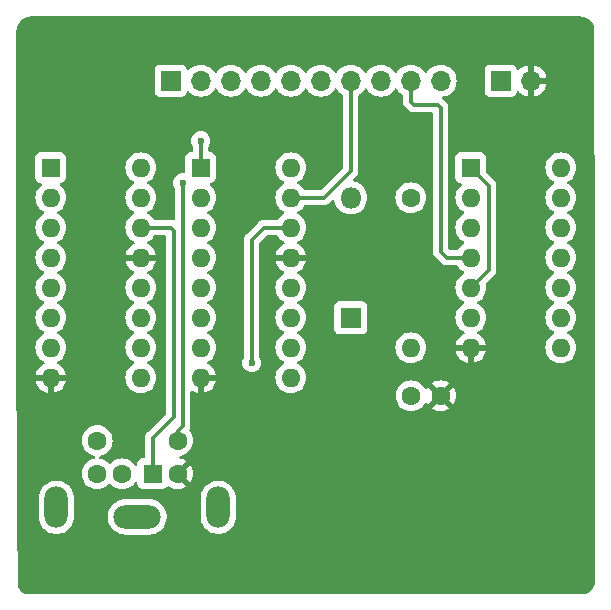
<source format=gbr>
%TF.GenerationSoftware,KiCad,Pcbnew,7.0.6*%
%TF.CreationDate,2023-07-08T15:34:54+08:00*%
%TF.ProjectId,KeyboardInterface,4b657962-6f61-4726-9449-6e7465726661,rev?*%
%TF.SameCoordinates,Original*%
%TF.FileFunction,Copper,L2,Bot*%
%TF.FilePolarity,Positive*%
%FSLAX46Y46*%
G04 Gerber Fmt 4.6, Leading zero omitted, Abs format (unit mm)*
G04 Created by KiCad (PCBNEW 7.0.6) date 2023-07-08 15:34:54*
%MOMM*%
%LPD*%
G01*
G04 APERTURE LIST*
%TA.AperFunction,ComponentPad*%
%ADD10C,1.600000*%
%TD*%
%TA.AperFunction,ComponentPad*%
%ADD11R,1.700000X1.700000*%
%TD*%
%TA.AperFunction,ComponentPad*%
%ADD12O,1.700000X1.700000*%
%TD*%
%TA.AperFunction,ComponentPad*%
%ADD13R,1.600000X1.600000*%
%TD*%
%TA.AperFunction,ComponentPad*%
%ADD14O,2.000000X3.500000*%
%TD*%
%TA.AperFunction,ComponentPad*%
%ADD15O,4.000000X2.000000*%
%TD*%
%TA.AperFunction,ComponentPad*%
%ADD16R,1.800000X1.800000*%
%TD*%
%TA.AperFunction,ComponentPad*%
%ADD17O,1.800000X1.800000*%
%TD*%
%TA.AperFunction,ComponentPad*%
%ADD18O,1.600000X1.600000*%
%TD*%
%TA.AperFunction,ViaPad*%
%ADD19C,0.600000*%
%TD*%
%TA.AperFunction,Conductor*%
%ADD20C,0.300000*%
%TD*%
G04 APERTURE END LIST*
D10*
%TO.P,C1,1*%
%TO.N,Net-(D1-K)*%
X106720000Y-82550000D03*
%TO.P,C1,2*%
%TO.N,GND*%
X109220000Y-82550000D03*
%TD*%
D11*
%TO.P,J2,1,Pin_1*%
%TO.N,/D0*%
X86360000Y-55880000D03*
D12*
%TO.P,J2,2,Pin_2*%
%TO.N,/D1*%
X88900000Y-55880000D03*
%TO.P,J2,3,Pin_3*%
%TO.N,/D2*%
X91440000Y-55880000D03*
%TO.P,J2,4,Pin_4*%
%TO.N,/D3*%
X93980000Y-55880000D03*
%TO.P,J2,5,Pin_5*%
%TO.N,/D4*%
X96520000Y-55880000D03*
%TO.P,J2,6,Pin_6*%
%TO.N,/D5*%
X99060000Y-55880000D03*
%TO.P,J2,7,Pin_7*%
%TO.N,/D6*%
X101600000Y-55880000D03*
%TO.P,J2,8,Pin_8*%
%TO.N,/D7*%
X104140000Y-55880000D03*
%TO.P,J2,9,Pin_9*%
%TO.N,IRQ*%
X106680000Y-55880000D03*
%TO.P,J2,10,Pin_10*%
%TO.N,unconnected-(J2-Pin_10-Pad10)*%
X109220000Y-55880000D03*
%TD*%
D13*
%TO.P,J1,1*%
%TO.N,DATA*%
X84836000Y-89154000D03*
D10*
%TO.P,J1,2*%
%TO.N,unconnected-(J1-Pad2)*%
X82236000Y-89154000D03*
%TO.P,J1,3*%
%TO.N,GND*%
X86936000Y-89154000D03*
%TO.P,J1,4*%
%TO.N,+5V*%
X80136000Y-89154000D03*
%TO.P,J1,5*%
%TO.N,CLOCK*%
X86936000Y-86354000D03*
%TO.P,J1,6*%
%TO.N,unconnected-(J1-Pad6)*%
X80136000Y-86354000D03*
D14*
%TO.P,J1,7*%
%TO.N,N/C*%
X76686000Y-92004000D03*
D15*
X83536000Y-92804000D03*
D14*
X90386000Y-92004000D03*
%TD*%
D16*
%TO.P,D1,1,K*%
%TO.N,Net-(D1-K)*%
X101600000Y-75946000D03*
D17*
%TO.P,D1,2,A*%
%TO.N,Net-(D1-A)*%
X101600000Y-65786000D03*
%TD*%
D11*
%TO.P,J3,1,Pin_1*%
%TO.N,+5V*%
X114300000Y-55880000D03*
D12*
%TO.P,J3,2,Pin_2*%
%TO.N,GND*%
X116840000Y-55880000D03*
%TD*%
D13*
%TO.P,U1,1*%
%TO.N,CLOCK*%
X111760000Y-63246000D03*
D18*
%TO.P,U1,2*%
%TO.N,Net-(D1-A)*%
X111760000Y-65786000D03*
%TO.P,U1,3*%
X111760000Y-68326000D03*
%TO.P,U1,4*%
%TO.N,IRQ*%
X111760000Y-70866000D03*
%TO.P,U1,5*%
%TO.N,CLOCK*%
X111760000Y-73406000D03*
%TO.P,U1,6*%
%TO.N,Net-(U2-SRCLK)*%
X111760000Y-75946000D03*
%TO.P,U1,7,GND*%
%TO.N,GND*%
X111760000Y-78486000D03*
%TO.P,U1,8*%
%TO.N,unconnected-(U1-Pad8)*%
X119380000Y-78486000D03*
%TO.P,U1,9*%
%TO.N,+5V*%
X119380000Y-75946000D03*
%TO.P,U1,10*%
%TO.N,unconnected-(U1-Pad10)*%
X119380000Y-73406000D03*
%TO.P,U1,11*%
%TO.N,+5V*%
X119380000Y-70866000D03*
%TO.P,U1,12*%
%TO.N,unconnected-(U1-Pad12)*%
X119380000Y-68326000D03*
%TO.P,U1,13*%
%TO.N,+5V*%
X119380000Y-65786000D03*
%TO.P,U1,14,VCC*%
X119380000Y-63246000D03*
%TD*%
D10*
%TO.P,R1,1*%
%TO.N,Net-(D1-A)*%
X106680000Y-65786000D03*
D18*
%TO.P,R1,2*%
%TO.N,Net-(D1-K)*%
X106680000Y-78486000D03*
%TD*%
D13*
%TO.P,U3,1,QB*%
%TO.N,/D7*%
X88900000Y-63246000D03*
D18*
%TO.P,U3,2,QC*%
%TO.N,unconnected-(U3-QC-Pad2)*%
X88900000Y-65786000D03*
%TO.P,U3,3,QD*%
%TO.N,unconnected-(U3-QD-Pad3)*%
X88900000Y-68326000D03*
%TO.P,U3,4,QE*%
%TO.N,unconnected-(U3-QE-Pad4)*%
X88900000Y-70866000D03*
%TO.P,U3,5,QF*%
%TO.N,unconnected-(U3-QF-Pad5)*%
X88900000Y-73406000D03*
%TO.P,U3,6,QG*%
%TO.N,unconnected-(U3-QG-Pad6)*%
X88900000Y-75946000D03*
%TO.P,U3,7,QH*%
%TO.N,unconnected-(U3-QH-Pad7)*%
X88900000Y-78486000D03*
%TO.P,U3,8,GND*%
%TO.N,GND*%
X88900000Y-81026000D03*
%TO.P,U3,9,QH'*%
%TO.N,unconnected-(U3-QH'-Pad9)*%
X96520000Y-81026000D03*
%TO.P,U3,10,~{SRCLR}*%
%TO.N,+5V*%
X96520000Y-78486000D03*
%TO.P,U3,11,SRCLK*%
%TO.N,Net-(U2-SRCLK)*%
X96520000Y-75946000D03*
%TO.P,U3,12,RCLK*%
%TO.N,IRQ*%
X96520000Y-73406000D03*
%TO.P,U3,13,~{OE}*%
%TO.N,GND*%
X96520000Y-70866000D03*
%TO.P,U3,14,SER*%
%TO.N,Net-(U2-QH')*%
X96520000Y-68326000D03*
%TO.P,U3,15,QA*%
%TO.N,/D6*%
X96520000Y-65786000D03*
%TO.P,U3,16,VCC*%
%TO.N,+5V*%
X96520000Y-63246000D03*
%TD*%
D13*
%TO.P,U2,1,QB*%
%TO.N,unconnected-(U2-QB-Pad1)*%
X76200000Y-63246000D03*
D18*
%TO.P,U2,2,QC*%
%TO.N,/D0*%
X76200000Y-65786000D03*
%TO.P,U2,3,QD*%
%TO.N,/D1*%
X76200000Y-68326000D03*
%TO.P,U2,4,QE*%
%TO.N,/D2*%
X76200000Y-70866000D03*
%TO.P,U2,5,QF*%
%TO.N,/D3*%
X76200000Y-73406000D03*
%TO.P,U2,6,QG*%
%TO.N,/D4*%
X76200000Y-75946000D03*
%TO.P,U2,7,QH*%
%TO.N,/D5*%
X76200000Y-78486000D03*
%TO.P,U2,8,GND*%
%TO.N,GND*%
X76200000Y-81026000D03*
%TO.P,U2,9,QH'*%
%TO.N,Net-(U2-QH')*%
X83820000Y-81026000D03*
%TO.P,U2,10,~{SRCLR}*%
%TO.N,+5V*%
X83820000Y-78486000D03*
%TO.P,U2,11,SRCLK*%
%TO.N,Net-(U2-SRCLK)*%
X83820000Y-75946000D03*
%TO.P,U2,12,RCLK*%
%TO.N,IRQ*%
X83820000Y-73406000D03*
%TO.P,U2,13,~{OE}*%
%TO.N,GND*%
X83820000Y-70866000D03*
%TO.P,U2,14,SER*%
%TO.N,DATA*%
X83820000Y-68326000D03*
%TO.P,U2,15,QA*%
%TO.N,unconnected-(U2-QA-Pad15)*%
X83820000Y-65786000D03*
%TO.P,U2,16,VCC*%
%TO.N,+5V*%
X83820000Y-63246000D03*
%TD*%
D19*
%TO.N,CLOCK*%
X87376000Y-64516000D03*
%TO.N,/D7*%
X88900000Y-60960000D03*
%TO.N,Net-(U2-QH')*%
X93218000Y-79756000D03*
%TD*%
D20*
%TO.N,DATA*%
X84836000Y-86106000D02*
X84836000Y-89154000D01*
X83820000Y-68326000D02*
X86360000Y-68326000D01*
X86614000Y-68580000D02*
X86614000Y-84328000D01*
X86360000Y-68326000D02*
X86614000Y-68580000D01*
X86614000Y-84328000D02*
X84836000Y-86106000D01*
%TO.N,CLOCK*%
X113284000Y-64770000D02*
X113284000Y-71882000D01*
X111760000Y-63246000D02*
X113284000Y-64770000D01*
X87376000Y-64516000D02*
X87376000Y-85090000D01*
X86936000Y-85530000D02*
X87376000Y-85090000D01*
X86936000Y-86354000D02*
X86936000Y-85530000D01*
X113284000Y-71882000D02*
X111760000Y-73406000D01*
%TO.N,/D6*%
X101600000Y-63500000D02*
X99314000Y-65786000D01*
X101600000Y-55880000D02*
X101600000Y-63500000D01*
X99314000Y-65786000D02*
X96520000Y-65786000D01*
%TO.N,/D7*%
X88900000Y-60960000D02*
X88900000Y-63246000D01*
%TO.N,IRQ*%
X108966000Y-57912000D02*
X106934000Y-57912000D01*
X106934000Y-57912000D02*
X106680000Y-57658000D01*
X111760000Y-70866000D02*
X109728000Y-70866000D01*
X106680000Y-57658000D02*
X106680000Y-55880000D01*
X109220000Y-70358000D02*
X109220000Y-58166000D01*
X109728000Y-70866000D02*
X109220000Y-70358000D01*
X109220000Y-58166000D02*
X108966000Y-57912000D01*
%TO.N,Net-(U2-QH')*%
X93218000Y-79756000D02*
X93218000Y-69342000D01*
X93218000Y-69342000D02*
X94234000Y-68326000D01*
X94234000Y-68326000D02*
X96520000Y-68326000D01*
%TD*%
%TA.AperFunction,Conductor*%
%TO.N,GND*%
G36*
X121024398Y-50428716D02*
G01*
X121078945Y-50433008D01*
X121219551Y-50445307D01*
X121237681Y-50448260D01*
X121317992Y-50467540D01*
X121428705Y-50497204D01*
X121436381Y-50499811D01*
X121452054Y-50506302D01*
X121522937Y-50535662D01*
X121621948Y-50581831D01*
X121628119Y-50585147D01*
X121679354Y-50616542D01*
X121708742Y-50634552D01*
X121711910Y-50636629D01*
X121798575Y-50697312D01*
X121803282Y-50700956D01*
X121875804Y-50762895D01*
X121879380Y-50766201D01*
X121953797Y-50840618D01*
X121957103Y-50844194D01*
X122019042Y-50916716D01*
X122022686Y-50921423D01*
X122083364Y-51008081D01*
X122085441Y-51011248D01*
X122134845Y-51091867D01*
X122138175Y-51098066D01*
X122167150Y-51160207D01*
X122178765Y-51211967D01*
X122291474Y-72964481D01*
X122291474Y-98159535D01*
X122291283Y-98164400D01*
X122286996Y-98218880D01*
X122274691Y-98359548D01*
X122271738Y-98377686D01*
X122252466Y-98457966D01*
X122222796Y-98568695D01*
X122220187Y-98576381D01*
X122184340Y-98662931D01*
X122138176Y-98761932D01*
X122134846Y-98768129D01*
X122085446Y-98848742D01*
X122083369Y-98851910D01*
X122022686Y-98938575D01*
X122019042Y-98943282D01*
X121957103Y-99015804D01*
X121953797Y-99019380D01*
X121879380Y-99093797D01*
X121875804Y-99097103D01*
X121803282Y-99159042D01*
X121798575Y-99162686D01*
X121711910Y-99223369D01*
X121708742Y-99225446D01*
X121628129Y-99274845D01*
X121621933Y-99278175D01*
X121593988Y-99291206D01*
X121570020Y-99302382D01*
X121517617Y-99314000D01*
X74062385Y-99314000D01*
X74009981Y-99302383D01*
X73958060Y-99278172D01*
X73951862Y-99274842D01*
X73871255Y-99225446D01*
X73868088Y-99223369D01*
X73781423Y-99162686D01*
X73776716Y-99159042D01*
X73704194Y-99097103D01*
X73700618Y-99093797D01*
X73626201Y-99019380D01*
X73622895Y-99015804D01*
X73560956Y-98943282D01*
X73557312Y-98938576D01*
X73496621Y-98851900D01*
X73494569Y-98848771D01*
X73445153Y-98768129D01*
X73445152Y-98768127D01*
X73441822Y-98761930D01*
X73414179Y-98702649D01*
X73402563Y-98650886D01*
X73402280Y-98596343D01*
X73372331Y-92816065D01*
X75185500Y-92816065D01*
X75200890Y-93001813D01*
X75200892Y-93001824D01*
X75261936Y-93242881D01*
X75361826Y-93470606D01*
X75497833Y-93678782D01*
X75497836Y-93678785D01*
X75666256Y-93861738D01*
X75862491Y-94014474D01*
X76081190Y-94132828D01*
X76316386Y-94213571D01*
X76561665Y-94254500D01*
X76810335Y-94254500D01*
X77055614Y-94213571D01*
X77290810Y-94132828D01*
X77509509Y-94014474D01*
X77705744Y-93861738D01*
X77874164Y-93678785D01*
X78010173Y-93470607D01*
X78110063Y-93242881D01*
X78171108Y-93001821D01*
X78177197Y-92928334D01*
X81035500Y-92928334D01*
X81076429Y-93173616D01*
X81157169Y-93408802D01*
X81157172Y-93408811D01*
X81275524Y-93627506D01*
X81275526Y-93627509D01*
X81428262Y-93823744D01*
X81469535Y-93861738D01*
X81611217Y-93992166D01*
X81819393Y-94128173D01*
X82047118Y-94228063D01*
X82288175Y-94289107D01*
X82288179Y-94289108D01*
X82288181Y-94289108D01*
X82288186Y-94289109D01*
X82421376Y-94300145D01*
X82473933Y-94304500D01*
X82473935Y-94304500D01*
X84598065Y-94304500D01*
X84598067Y-94304500D01*
X84659284Y-94299427D01*
X84783813Y-94289109D01*
X84783816Y-94289108D01*
X84783821Y-94289108D01*
X85024881Y-94228063D01*
X85252607Y-94128173D01*
X85460785Y-93992164D01*
X85643738Y-93823744D01*
X85796474Y-93627509D01*
X85914828Y-93408810D01*
X85995571Y-93173614D01*
X86036500Y-92928335D01*
X86036500Y-92816065D01*
X88885500Y-92816065D01*
X88900890Y-93001813D01*
X88900892Y-93001824D01*
X88961936Y-93242881D01*
X89061826Y-93470606D01*
X89197833Y-93678782D01*
X89197836Y-93678785D01*
X89366256Y-93861738D01*
X89562491Y-94014474D01*
X89781190Y-94132828D01*
X90016386Y-94213571D01*
X90261665Y-94254500D01*
X90510335Y-94254500D01*
X90755614Y-94213571D01*
X90990810Y-94132828D01*
X91209509Y-94014474D01*
X91405744Y-93861738D01*
X91574164Y-93678785D01*
X91710173Y-93470607D01*
X91810063Y-93242881D01*
X91871108Y-93001821D01*
X91886500Y-92816067D01*
X91886500Y-91191933D01*
X91871108Y-91006179D01*
X91810063Y-90765119D01*
X91710173Y-90537393D01*
X91659262Y-90459468D01*
X91574166Y-90329217D01*
X91552557Y-90305744D01*
X91405744Y-90146262D01*
X91209509Y-89993526D01*
X91209507Y-89993525D01*
X91209506Y-89993524D01*
X90990811Y-89875172D01*
X90990802Y-89875169D01*
X90755616Y-89794429D01*
X90510335Y-89753500D01*
X90261665Y-89753500D01*
X90016383Y-89794429D01*
X89781197Y-89875169D01*
X89781188Y-89875172D01*
X89562493Y-89993524D01*
X89366257Y-90146261D01*
X89197833Y-90329217D01*
X89061826Y-90537393D01*
X88961936Y-90765118D01*
X88900892Y-91006175D01*
X88900890Y-91006186D01*
X88885500Y-91191935D01*
X88885500Y-92816065D01*
X86036500Y-92816065D01*
X86036500Y-92679665D01*
X85995571Y-92434386D01*
X85914828Y-92199190D01*
X85796474Y-91980491D01*
X85643738Y-91784256D01*
X85460785Y-91615836D01*
X85460782Y-91615833D01*
X85252606Y-91479826D01*
X85024881Y-91379936D01*
X84783824Y-91318892D01*
X84783813Y-91318890D01*
X84618548Y-91305197D01*
X84598067Y-91303500D01*
X82473933Y-91303500D01*
X82454521Y-91305108D01*
X82288186Y-91318890D01*
X82288175Y-91318892D01*
X82047118Y-91379936D01*
X81819393Y-91479826D01*
X81611217Y-91615833D01*
X81428261Y-91784257D01*
X81275524Y-91980493D01*
X81157172Y-92199188D01*
X81157169Y-92199197D01*
X81076429Y-92434383D01*
X81035500Y-92679665D01*
X81035500Y-92928334D01*
X78177197Y-92928334D01*
X78186500Y-92816067D01*
X78186500Y-91191933D01*
X78171108Y-91006179D01*
X78110063Y-90765119D01*
X78010173Y-90537393D01*
X77959262Y-90459468D01*
X77874166Y-90329217D01*
X77852557Y-90305744D01*
X77705744Y-90146262D01*
X77509509Y-89993526D01*
X77509507Y-89993525D01*
X77509506Y-89993524D01*
X77290811Y-89875172D01*
X77290802Y-89875169D01*
X77055616Y-89794429D01*
X76810335Y-89753500D01*
X76561665Y-89753500D01*
X76316383Y-89794429D01*
X76081197Y-89875169D01*
X76081188Y-89875172D01*
X75862493Y-89993524D01*
X75666257Y-90146261D01*
X75497833Y-90329217D01*
X75361826Y-90537393D01*
X75261936Y-90765118D01*
X75200892Y-91006175D01*
X75200890Y-91006186D01*
X75185500Y-91191935D01*
X75185500Y-92816065D01*
X73372331Y-92816065D01*
X73353357Y-89154001D01*
X78830532Y-89154001D01*
X78850364Y-89380686D01*
X78850366Y-89380697D01*
X78909258Y-89600488D01*
X78909261Y-89600497D01*
X79005431Y-89806732D01*
X79005432Y-89806734D01*
X79135954Y-89993141D01*
X79296858Y-90154045D01*
X79296861Y-90154047D01*
X79483266Y-90284568D01*
X79689504Y-90380739D01*
X79909308Y-90439635D01*
X80071230Y-90453801D01*
X80135998Y-90459468D01*
X80136000Y-90459468D01*
X80136002Y-90459468D01*
X80192807Y-90454498D01*
X80362692Y-90439635D01*
X80582496Y-90380739D01*
X80788734Y-90284568D01*
X80975139Y-90154047D01*
X80982925Y-90146261D01*
X81098319Y-90030868D01*
X81159642Y-89997383D01*
X81229334Y-90002367D01*
X81273681Y-90030868D01*
X81396858Y-90154045D01*
X81396861Y-90154047D01*
X81583266Y-90284568D01*
X81789504Y-90380739D01*
X82009308Y-90439635D01*
X82171230Y-90453801D01*
X82235998Y-90459468D01*
X82236000Y-90459468D01*
X82236002Y-90459468D01*
X82292807Y-90454498D01*
X82462692Y-90439635D01*
X82682496Y-90380739D01*
X82888734Y-90284568D01*
X83075139Y-90154047D01*
X83236047Y-89993139D01*
X83309928Y-89887624D01*
X83364500Y-89844002D01*
X83433998Y-89836808D01*
X83496354Y-89868330D01*
X83531768Y-89928559D01*
X83535500Y-89958747D01*
X83535500Y-90001868D01*
X83535501Y-90001876D01*
X83541908Y-90061483D01*
X83592202Y-90196328D01*
X83592206Y-90196335D01*
X83678452Y-90311544D01*
X83678455Y-90311547D01*
X83793664Y-90397793D01*
X83793671Y-90397797D01*
X83928517Y-90448091D01*
X83928516Y-90448091D01*
X83935444Y-90448835D01*
X83988127Y-90454500D01*
X85683872Y-90454499D01*
X85743483Y-90448091D01*
X85878331Y-90397796D01*
X85993546Y-90311546D01*
X86034744Y-90256511D01*
X86090676Y-90214641D01*
X86160368Y-90209657D01*
X86205134Y-90229249D01*
X86283510Y-90284130D01*
X86283516Y-90284133D01*
X86489673Y-90380265D01*
X86489682Y-90380269D01*
X86709389Y-90439139D01*
X86709400Y-90439141D01*
X86935998Y-90458966D01*
X86936002Y-90458966D01*
X87162599Y-90439141D01*
X87162610Y-90439139D01*
X87382317Y-90380269D01*
X87382331Y-90380264D01*
X87588478Y-90284136D01*
X87661472Y-90233025D01*
X86980400Y-89551953D01*
X87061148Y-89539165D01*
X87174045Y-89481641D01*
X87263641Y-89392045D01*
X87321165Y-89279148D01*
X87333953Y-89198400D01*
X88015025Y-89879472D01*
X88066136Y-89806478D01*
X88162264Y-89600331D01*
X88162269Y-89600317D01*
X88221139Y-89380610D01*
X88221141Y-89380599D01*
X88240966Y-89154002D01*
X88240966Y-89153997D01*
X88221141Y-88927400D01*
X88221139Y-88927389D01*
X88162269Y-88707682D01*
X88162265Y-88707673D01*
X88066133Y-88501516D01*
X88066131Y-88501512D01*
X88015026Y-88428526D01*
X88015025Y-88428526D01*
X87333953Y-89109598D01*
X87321165Y-89028852D01*
X87263641Y-88915955D01*
X87174045Y-88826359D01*
X87061148Y-88768835D01*
X86980400Y-88756046D01*
X87661472Y-88074974D01*
X87661471Y-88074973D01*
X87588483Y-88023866D01*
X87588481Y-88023865D01*
X87382326Y-87927734D01*
X87382320Y-87927731D01*
X87181915Y-87874033D01*
X87122255Y-87837668D01*
X87091726Y-87774821D01*
X87100021Y-87705445D01*
X87144506Y-87651567D01*
X87181910Y-87634485D01*
X87382496Y-87580739D01*
X87588734Y-87484568D01*
X87775139Y-87354047D01*
X87936047Y-87193139D01*
X88066568Y-87006734D01*
X88162739Y-86800496D01*
X88221635Y-86580692D01*
X88241468Y-86354000D01*
X88221635Y-86127308D01*
X88162739Y-85907504D01*
X88066568Y-85701266D01*
X87954097Y-85540640D01*
X87931771Y-85474434D01*
X87941870Y-85420278D01*
X87959656Y-85379176D01*
X87962207Y-85373965D01*
X87985627Y-85331368D01*
X87990907Y-85310802D01*
X87997209Y-85292395D01*
X88005635Y-85272926D01*
X88013233Y-85224948D01*
X88014411Y-85219253D01*
X88026500Y-85172177D01*
X88026500Y-85150954D01*
X88028027Y-85131555D01*
X88028707Y-85127261D01*
X88031347Y-85110595D01*
X88026775Y-85062230D01*
X88026500Y-85056392D01*
X88026500Y-82550001D01*
X105414532Y-82550001D01*
X105434364Y-82776686D01*
X105434366Y-82776697D01*
X105493258Y-82996488D01*
X105493261Y-82996497D01*
X105589431Y-83202732D01*
X105589432Y-83202734D01*
X105719954Y-83389141D01*
X105880858Y-83550045D01*
X105880861Y-83550047D01*
X106067266Y-83680568D01*
X106273504Y-83776739D01*
X106493308Y-83835635D01*
X106655230Y-83849801D01*
X106719998Y-83855468D01*
X106720000Y-83855468D01*
X106720002Y-83855468D01*
X106776673Y-83850509D01*
X106946692Y-83835635D01*
X107166496Y-83776739D01*
X107372734Y-83680568D01*
X107559139Y-83550047D01*
X107720047Y-83389139D01*
X107850568Y-83202734D01*
X107857893Y-83187023D01*
X107904062Y-83134586D01*
X107971254Y-83115432D01*
X108038136Y-83135645D01*
X108082657Y-83187023D01*
X108089865Y-83202481D01*
X108089866Y-83202483D01*
X108140973Y-83275471D01*
X108140974Y-83275472D01*
X108822046Y-82594399D01*
X108834835Y-82675148D01*
X108892359Y-82788045D01*
X108981955Y-82877641D01*
X109094852Y-82935165D01*
X109175599Y-82947953D01*
X108494526Y-83629025D01*
X108494526Y-83629026D01*
X108567512Y-83680131D01*
X108567516Y-83680133D01*
X108773673Y-83776265D01*
X108773682Y-83776269D01*
X108993389Y-83835139D01*
X108993400Y-83835141D01*
X109219998Y-83854966D01*
X109220002Y-83854966D01*
X109446599Y-83835141D01*
X109446610Y-83835139D01*
X109666317Y-83776269D01*
X109666331Y-83776264D01*
X109872478Y-83680136D01*
X109945472Y-83629025D01*
X109264401Y-82947953D01*
X109345148Y-82935165D01*
X109458045Y-82877641D01*
X109547641Y-82788045D01*
X109605165Y-82675148D01*
X109617953Y-82594400D01*
X110299025Y-83275472D01*
X110350136Y-83202478D01*
X110446264Y-82996331D01*
X110446269Y-82996317D01*
X110505139Y-82776610D01*
X110505141Y-82776599D01*
X110524966Y-82550002D01*
X110524966Y-82549997D01*
X110505141Y-82323400D01*
X110505139Y-82323389D01*
X110446269Y-82103682D01*
X110446265Y-82103673D01*
X110350133Y-81897516D01*
X110350131Y-81897512D01*
X110299026Y-81824526D01*
X110299025Y-81824526D01*
X109617953Y-82505598D01*
X109605165Y-82424852D01*
X109547641Y-82311955D01*
X109458045Y-82222359D01*
X109345148Y-82164835D01*
X109264400Y-82152046D01*
X109945472Y-81470974D01*
X109945471Y-81470973D01*
X109872483Y-81419866D01*
X109872481Y-81419865D01*
X109666326Y-81323734D01*
X109666317Y-81323730D01*
X109446610Y-81264860D01*
X109446599Y-81264858D01*
X109220002Y-81245034D01*
X109219998Y-81245034D01*
X108993400Y-81264858D01*
X108993389Y-81264860D01*
X108773682Y-81323730D01*
X108773673Y-81323734D01*
X108567513Y-81419868D01*
X108494527Y-81470972D01*
X108494526Y-81470973D01*
X109175600Y-82152046D01*
X109094852Y-82164835D01*
X108981955Y-82222359D01*
X108892359Y-82311955D01*
X108834835Y-82424852D01*
X108822046Y-82505599D01*
X108140973Y-81824526D01*
X108140972Y-81824527D01*
X108089868Y-81897512D01*
X108082656Y-81912979D01*
X108036482Y-81965417D01*
X107969288Y-81984567D01*
X107902407Y-81964350D01*
X107857893Y-81912976D01*
X107850568Y-81897266D01*
X107720047Y-81710861D01*
X107720045Y-81710858D01*
X107559141Y-81549954D01*
X107372734Y-81419432D01*
X107372732Y-81419431D01*
X107166497Y-81323261D01*
X107166488Y-81323258D01*
X106946697Y-81264366D01*
X106946693Y-81264365D01*
X106946692Y-81264365D01*
X106946691Y-81264364D01*
X106946686Y-81264364D01*
X106720002Y-81244532D01*
X106719998Y-81244532D01*
X106493313Y-81264364D01*
X106493302Y-81264366D01*
X106273511Y-81323258D01*
X106273502Y-81323261D01*
X106067267Y-81419431D01*
X106067265Y-81419432D01*
X105880858Y-81549954D01*
X105719954Y-81710858D01*
X105589432Y-81897265D01*
X105589431Y-81897267D01*
X105493261Y-82103502D01*
X105493258Y-82103511D01*
X105434366Y-82323302D01*
X105434364Y-82323313D01*
X105414532Y-82549998D01*
X105414532Y-82550001D01*
X88026500Y-82550001D01*
X88026500Y-82239577D01*
X88046185Y-82172538D01*
X88098989Y-82126783D01*
X88168147Y-82116839D01*
X88221626Y-82138004D01*
X88247514Y-82156132D01*
X88247516Y-82156133D01*
X88453673Y-82252265D01*
X88453682Y-82252269D01*
X88649999Y-82304872D01*
X88650000Y-82304871D01*
X88650000Y-81341686D01*
X88661955Y-81353641D01*
X88774852Y-81411165D01*
X88868519Y-81426000D01*
X88931481Y-81426000D01*
X89025148Y-81411165D01*
X89138045Y-81353641D01*
X89150000Y-81341686D01*
X89150000Y-82304872D01*
X89346317Y-82252269D01*
X89346326Y-82252265D01*
X89552482Y-82156134D01*
X89738820Y-82025657D01*
X89899657Y-81864820D01*
X90030134Y-81678482D01*
X90126265Y-81472326D01*
X90126269Y-81472317D01*
X90178872Y-81276000D01*
X89215686Y-81276000D01*
X89227641Y-81264045D01*
X89285165Y-81151148D01*
X89304986Y-81026000D01*
X89285165Y-80900852D01*
X89227641Y-80787955D01*
X89215686Y-80776000D01*
X90178872Y-80776000D01*
X90178872Y-80775999D01*
X90126269Y-80579682D01*
X90126265Y-80579673D01*
X90030134Y-80373517D01*
X89899657Y-80187179D01*
X89738820Y-80026342D01*
X89552482Y-79895865D01*
X89494133Y-79868657D01*
X89441694Y-79822484D01*
X89422542Y-79755291D01*
X89442758Y-79688410D01*
X89494129Y-79643895D01*
X89552734Y-79616568D01*
X89739139Y-79486047D01*
X89900047Y-79325139D01*
X90030568Y-79138734D01*
X90126739Y-78932496D01*
X90185635Y-78712692D01*
X90205468Y-78486000D01*
X90185635Y-78259308D01*
X90126739Y-78039504D01*
X90030568Y-77833266D01*
X89900047Y-77646861D01*
X89900045Y-77646858D01*
X89739141Y-77485954D01*
X89552735Y-77355433D01*
X89552736Y-77355433D01*
X89552734Y-77355432D01*
X89494722Y-77328380D01*
X89442284Y-77282208D01*
X89423133Y-77215014D01*
X89443349Y-77148133D01*
X89494721Y-77103619D01*
X89552734Y-77076568D01*
X89739139Y-76946047D01*
X89900047Y-76785139D01*
X90030568Y-76598734D01*
X90126739Y-76392496D01*
X90185635Y-76172692D01*
X90205468Y-75946000D01*
X90185635Y-75719308D01*
X90126739Y-75499504D01*
X90030568Y-75293266D01*
X89900047Y-75106861D01*
X89900045Y-75106858D01*
X89739141Y-74945954D01*
X89552734Y-74815432D01*
X89552728Y-74815429D01*
X89494725Y-74788382D01*
X89442285Y-74742210D01*
X89423133Y-74675017D01*
X89443348Y-74608135D01*
X89494725Y-74563618D01*
X89552734Y-74536568D01*
X89739139Y-74406047D01*
X89900047Y-74245139D01*
X90030568Y-74058734D01*
X90126739Y-73852496D01*
X90185635Y-73632692D01*
X90205468Y-73406000D01*
X90185635Y-73179308D01*
X90126739Y-72959504D01*
X90030568Y-72753266D01*
X89900047Y-72566861D01*
X89900045Y-72566858D01*
X89739141Y-72405954D01*
X89552734Y-72275432D01*
X89552728Y-72275429D01*
X89494725Y-72248382D01*
X89442285Y-72202210D01*
X89423133Y-72135017D01*
X89443348Y-72068135D01*
X89494725Y-72023618D01*
X89495319Y-72023341D01*
X89552734Y-71996568D01*
X89739139Y-71866047D01*
X89900047Y-71705139D01*
X90030568Y-71518734D01*
X90126739Y-71312496D01*
X90185635Y-71092692D01*
X90205468Y-70866000D01*
X90185635Y-70639308D01*
X90126739Y-70419504D01*
X90030568Y-70213266D01*
X89900047Y-70026861D01*
X89900045Y-70026858D01*
X89739141Y-69865954D01*
X89552734Y-69735432D01*
X89552728Y-69735429D01*
X89494725Y-69708382D01*
X89442285Y-69662210D01*
X89423133Y-69595017D01*
X89443348Y-69528135D01*
X89494725Y-69483618D01*
X89552734Y-69456568D01*
X89739139Y-69326047D01*
X89900047Y-69165139D01*
X90030568Y-68978734D01*
X90126739Y-68772496D01*
X90185635Y-68552692D01*
X90205468Y-68326000D01*
X90185635Y-68099308D01*
X90126739Y-67879504D01*
X90030568Y-67673266D01*
X89900047Y-67486861D01*
X89900045Y-67486858D01*
X89739141Y-67325954D01*
X89552734Y-67195432D01*
X89552728Y-67195429D01*
X89494725Y-67168382D01*
X89442285Y-67122210D01*
X89423133Y-67055017D01*
X89443348Y-66988135D01*
X89494725Y-66943618D01*
X89552734Y-66916568D01*
X89739139Y-66786047D01*
X89900047Y-66625139D01*
X90030568Y-66438734D01*
X90126739Y-66232496D01*
X90185635Y-66012692D01*
X90202634Y-65818384D01*
X90205468Y-65786001D01*
X90205468Y-65785998D01*
X90185635Y-65559313D01*
X90185635Y-65559308D01*
X90126739Y-65339504D01*
X90030568Y-65133266D01*
X89900047Y-64946861D01*
X89900045Y-64946858D01*
X89739143Y-64785956D01*
X89714536Y-64768726D01*
X89670912Y-64714149D01*
X89663719Y-64644650D01*
X89695241Y-64582296D01*
X89755471Y-64546882D01*
X89772404Y-64543861D01*
X89807483Y-64540091D01*
X89942331Y-64489796D01*
X90057546Y-64403546D01*
X90143796Y-64288331D01*
X90194091Y-64153483D01*
X90200500Y-64093873D01*
X90200499Y-62398128D01*
X90194091Y-62338517D01*
X90159567Y-62245954D01*
X90143797Y-62203671D01*
X90143793Y-62203664D01*
X90057547Y-62088455D01*
X90057544Y-62088452D01*
X89942335Y-62002206D01*
X89942328Y-62002202D01*
X89807482Y-61951908D01*
X89807483Y-61951908D01*
X89747883Y-61945501D01*
X89747881Y-61945500D01*
X89747873Y-61945500D01*
X89747865Y-61945500D01*
X89674500Y-61945500D01*
X89607461Y-61925815D01*
X89561706Y-61873011D01*
X89550500Y-61821500D01*
X89550500Y-61465067D01*
X89569507Y-61399094D01*
X89625788Y-61309524D01*
X89625790Y-61309518D01*
X89685368Y-61139255D01*
X89705565Y-60960000D01*
X89685368Y-60780745D01*
X89625789Y-60610478D01*
X89529816Y-60457738D01*
X89402262Y-60330184D01*
X89249523Y-60234211D01*
X89079254Y-60174631D01*
X89079249Y-60174630D01*
X88900004Y-60154435D01*
X88899996Y-60154435D01*
X88720750Y-60174630D01*
X88720745Y-60174631D01*
X88550476Y-60234211D01*
X88397737Y-60330184D01*
X88270184Y-60457737D01*
X88174211Y-60610476D01*
X88114631Y-60780745D01*
X88114630Y-60780750D01*
X88094435Y-60959996D01*
X88094435Y-60960003D01*
X88114630Y-61139249D01*
X88114633Y-61139262D01*
X88174209Y-61309518D01*
X88174210Y-61309520D01*
X88174211Y-61309522D01*
X88230493Y-61399095D01*
X88249499Y-61465066D01*
X88249499Y-61821500D01*
X88229814Y-61888539D01*
X88177010Y-61934294D01*
X88125501Y-61945500D01*
X88052130Y-61945500D01*
X88052123Y-61945501D01*
X87992516Y-61951908D01*
X87857671Y-62002202D01*
X87857664Y-62002206D01*
X87742455Y-62088452D01*
X87742452Y-62088455D01*
X87656206Y-62203664D01*
X87656202Y-62203671D01*
X87605908Y-62338517D01*
X87599501Y-62398116D01*
X87599501Y-62398123D01*
X87599500Y-62398135D01*
X87599500Y-63596861D01*
X87579815Y-63663900D01*
X87527011Y-63709655D01*
X87461617Y-63720081D01*
X87376004Y-63710435D01*
X87375996Y-63710435D01*
X87196750Y-63730630D01*
X87196745Y-63730631D01*
X87026476Y-63790211D01*
X86873737Y-63886184D01*
X86746184Y-64013737D01*
X86650211Y-64166476D01*
X86590631Y-64336745D01*
X86590630Y-64336750D01*
X86570435Y-64515996D01*
X86570435Y-64516003D01*
X86590630Y-64695249D01*
X86590631Y-64695254D01*
X86650211Y-64865524D01*
X86706493Y-64955094D01*
X86725500Y-65021067D01*
X86725500Y-67586599D01*
X86705815Y-67653638D01*
X86653011Y-67699393D01*
X86583853Y-67709337D01*
X86552259Y-67700403D01*
X86542927Y-67696365D01*
X86542921Y-67696363D01*
X86494951Y-67688766D01*
X86489236Y-67687582D01*
X86472772Y-67683355D01*
X86442180Y-67675500D01*
X86442177Y-67675500D01*
X86420955Y-67675500D01*
X86401555Y-67673973D01*
X86397085Y-67673265D01*
X86395011Y-67672936D01*
X86380596Y-67670653D01*
X86380595Y-67670653D01*
X86356786Y-67672903D01*
X86332230Y-67675225D01*
X86326392Y-67675500D01*
X85016683Y-67675500D01*
X84949644Y-67655815D01*
X84915108Y-67622623D01*
X84820045Y-67486858D01*
X84659141Y-67325954D01*
X84472734Y-67195432D01*
X84472728Y-67195429D01*
X84414725Y-67168382D01*
X84362285Y-67122210D01*
X84343133Y-67055017D01*
X84363348Y-66988135D01*
X84414725Y-66943618D01*
X84472734Y-66916568D01*
X84659139Y-66786047D01*
X84820047Y-66625139D01*
X84950568Y-66438734D01*
X85046739Y-66232496D01*
X85105635Y-66012692D01*
X85122634Y-65818384D01*
X85125468Y-65786001D01*
X85125468Y-65785998D01*
X85105635Y-65559313D01*
X85105635Y-65559308D01*
X85046739Y-65339504D01*
X84950568Y-65133266D01*
X84820047Y-64946861D01*
X84820045Y-64946858D01*
X84659141Y-64785954D01*
X84472734Y-64655432D01*
X84472728Y-64655429D01*
X84414725Y-64628382D01*
X84362285Y-64582210D01*
X84343133Y-64515017D01*
X84363348Y-64448135D01*
X84414725Y-64403618D01*
X84472734Y-64376568D01*
X84659139Y-64246047D01*
X84820047Y-64085139D01*
X84950568Y-63898734D01*
X85046739Y-63692496D01*
X85105635Y-63472692D01*
X85125468Y-63246000D01*
X85105635Y-63019308D01*
X85046739Y-62799504D01*
X84950568Y-62593266D01*
X84820047Y-62406861D01*
X84820045Y-62406858D01*
X84659141Y-62245954D01*
X84472734Y-62115432D01*
X84472732Y-62115431D01*
X84266497Y-62019261D01*
X84266488Y-62019258D01*
X84046697Y-61960366D01*
X84046693Y-61960365D01*
X84046692Y-61960365D01*
X84046691Y-61960364D01*
X84046686Y-61960364D01*
X83820002Y-61940532D01*
X83819998Y-61940532D01*
X83593313Y-61960364D01*
X83593302Y-61960366D01*
X83373511Y-62019258D01*
X83373502Y-62019261D01*
X83167267Y-62115431D01*
X83167265Y-62115432D01*
X82980858Y-62245954D01*
X82819954Y-62406858D01*
X82689432Y-62593265D01*
X82689431Y-62593267D01*
X82593261Y-62799502D01*
X82593258Y-62799511D01*
X82534366Y-63019302D01*
X82534364Y-63019313D01*
X82514532Y-63245998D01*
X82514532Y-63246001D01*
X82534364Y-63472686D01*
X82534366Y-63472697D01*
X82593258Y-63692488D01*
X82593261Y-63692497D01*
X82689431Y-63898732D01*
X82689432Y-63898734D01*
X82819954Y-64085141D01*
X82980858Y-64246045D01*
X82980861Y-64246047D01*
X83167266Y-64376568D01*
X83225275Y-64403618D01*
X83277714Y-64449791D01*
X83296866Y-64516984D01*
X83276650Y-64583865D01*
X83225275Y-64628382D01*
X83167267Y-64655431D01*
X83167265Y-64655432D01*
X82980858Y-64785954D01*
X82819954Y-64946858D01*
X82689432Y-65133265D01*
X82689431Y-65133267D01*
X82593261Y-65339502D01*
X82593258Y-65339511D01*
X82534366Y-65559302D01*
X82534364Y-65559313D01*
X82514532Y-65785998D01*
X82514532Y-65786001D01*
X82534364Y-66012686D01*
X82534366Y-66012697D01*
X82593258Y-66232488D01*
X82593261Y-66232497D01*
X82689431Y-66438732D01*
X82689432Y-66438734D01*
X82819954Y-66625141D01*
X82980858Y-66786045D01*
X82980861Y-66786047D01*
X83167266Y-66916568D01*
X83225275Y-66943618D01*
X83277714Y-66989791D01*
X83296866Y-67056984D01*
X83276650Y-67123865D01*
X83225275Y-67168382D01*
X83167267Y-67195431D01*
X83167265Y-67195432D01*
X82980858Y-67325954D01*
X82819954Y-67486858D01*
X82689432Y-67673265D01*
X82689431Y-67673267D01*
X82593261Y-67879502D01*
X82593258Y-67879511D01*
X82534366Y-68099302D01*
X82534364Y-68099313D01*
X82514532Y-68325998D01*
X82514532Y-68326001D01*
X82534364Y-68552686D01*
X82534366Y-68552697D01*
X82593258Y-68772488D01*
X82593261Y-68772497D01*
X82689431Y-68978732D01*
X82689432Y-68978734D01*
X82819954Y-69165141D01*
X82980858Y-69326045D01*
X82980861Y-69326047D01*
X83167266Y-69456568D01*
X83225865Y-69483893D01*
X83278305Y-69530065D01*
X83297457Y-69597258D01*
X83277242Y-69664139D01*
X83225867Y-69708657D01*
X83167515Y-69735867D01*
X82981179Y-69866342D01*
X82820342Y-70027179D01*
X82689865Y-70213517D01*
X82593734Y-70419673D01*
X82593730Y-70419682D01*
X82541127Y-70615999D01*
X82541128Y-70616000D01*
X83504314Y-70616000D01*
X83492359Y-70627955D01*
X83434835Y-70740852D01*
X83415014Y-70866000D01*
X83434835Y-70991148D01*
X83492359Y-71104045D01*
X83504314Y-71116000D01*
X82541128Y-71116000D01*
X82593730Y-71312317D01*
X82593734Y-71312326D01*
X82689865Y-71518482D01*
X82820342Y-71704820D01*
X82981179Y-71865657D01*
X83167518Y-71996134D01*
X83167520Y-71996135D01*
X83225865Y-72023342D01*
X83278305Y-72069514D01*
X83297457Y-72136707D01*
X83277242Y-72203589D01*
X83225867Y-72248105D01*
X83167268Y-72275431D01*
X83167264Y-72275433D01*
X82980858Y-72405954D01*
X82819954Y-72566858D01*
X82689432Y-72753265D01*
X82689431Y-72753267D01*
X82593261Y-72959502D01*
X82593258Y-72959511D01*
X82534366Y-73179302D01*
X82534364Y-73179313D01*
X82514532Y-73405998D01*
X82514532Y-73406001D01*
X82534364Y-73632686D01*
X82534366Y-73632697D01*
X82593258Y-73852488D01*
X82593261Y-73852497D01*
X82689431Y-74058732D01*
X82689432Y-74058734D01*
X82819954Y-74245141D01*
X82980858Y-74406045D01*
X82980861Y-74406047D01*
X83167266Y-74536568D01*
X83200163Y-74551908D01*
X83225275Y-74563618D01*
X83277714Y-74609791D01*
X83296866Y-74676984D01*
X83276650Y-74743865D01*
X83225275Y-74788382D01*
X83167267Y-74815431D01*
X83167265Y-74815432D01*
X82980858Y-74945954D01*
X82819954Y-75106858D01*
X82689432Y-75293265D01*
X82689431Y-75293267D01*
X82593261Y-75499502D01*
X82593258Y-75499511D01*
X82534366Y-75719302D01*
X82534364Y-75719313D01*
X82514532Y-75945998D01*
X82514532Y-75946001D01*
X82534364Y-76172686D01*
X82534366Y-76172697D01*
X82593258Y-76392488D01*
X82593261Y-76392497D01*
X82689431Y-76598732D01*
X82689432Y-76598734D01*
X82819954Y-76785141D01*
X82980858Y-76946045D01*
X82980861Y-76946047D01*
X83167266Y-77076568D01*
X83225275Y-77103618D01*
X83277714Y-77149791D01*
X83296866Y-77216984D01*
X83276650Y-77283865D01*
X83225275Y-77328382D01*
X83167267Y-77355431D01*
X83167265Y-77355432D01*
X82980858Y-77485954D01*
X82819954Y-77646858D01*
X82689432Y-77833265D01*
X82689431Y-77833267D01*
X82593261Y-78039502D01*
X82593258Y-78039511D01*
X82534366Y-78259302D01*
X82534364Y-78259313D01*
X82514532Y-78485998D01*
X82514532Y-78486001D01*
X82534364Y-78712686D01*
X82534366Y-78712697D01*
X82593258Y-78932488D01*
X82593261Y-78932497D01*
X82689431Y-79138732D01*
X82689432Y-79138734D01*
X82819954Y-79325141D01*
X82980858Y-79486045D01*
X82980861Y-79486047D01*
X83167266Y-79616568D01*
X83225278Y-79643619D01*
X83277713Y-79689788D01*
X83296866Y-79756982D01*
X83276651Y-79823863D01*
X83225277Y-79868380D01*
X83167268Y-79895430D01*
X83167265Y-79895432D01*
X82980858Y-80025954D01*
X82819954Y-80186858D01*
X82689432Y-80373265D01*
X82689431Y-80373267D01*
X82593261Y-80579502D01*
X82593258Y-80579511D01*
X82534366Y-80799302D01*
X82534364Y-80799313D01*
X82514532Y-81025998D01*
X82514532Y-81026001D01*
X82534364Y-81252686D01*
X82534366Y-81252697D01*
X82593258Y-81472488D01*
X82593261Y-81472497D01*
X82689431Y-81678732D01*
X82689432Y-81678734D01*
X82819954Y-81865141D01*
X82980858Y-82026045D01*
X82980861Y-82026047D01*
X83167266Y-82156568D01*
X83373504Y-82252739D01*
X83593308Y-82311635D01*
X83755230Y-82325801D01*
X83819998Y-82331468D01*
X83820000Y-82331468D01*
X83820002Y-82331468D01*
X83876673Y-82326509D01*
X84046692Y-82311635D01*
X84266496Y-82252739D01*
X84472734Y-82156568D01*
X84659139Y-82026047D01*
X84820047Y-81865139D01*
X84950568Y-81678734D01*
X85046739Y-81472496D01*
X85105635Y-81252692D01*
X85125468Y-81026000D01*
X85105635Y-80799308D01*
X85046739Y-80579504D01*
X84950568Y-80373266D01*
X84820047Y-80186861D01*
X84820045Y-80186858D01*
X84659141Y-80025954D01*
X84472735Y-79895433D01*
X84472736Y-79895433D01*
X84472734Y-79895432D01*
X84414722Y-79868380D01*
X84362284Y-79822208D01*
X84343133Y-79755014D01*
X84363349Y-79688133D01*
X84414721Y-79643619D01*
X84472734Y-79616568D01*
X84659139Y-79486047D01*
X84820047Y-79325139D01*
X84950568Y-79138734D01*
X85046739Y-78932496D01*
X85105635Y-78712692D01*
X85125468Y-78486000D01*
X85105635Y-78259308D01*
X85046739Y-78039504D01*
X84950568Y-77833266D01*
X84820047Y-77646861D01*
X84820045Y-77646858D01*
X84659141Y-77485954D01*
X84472734Y-77355432D01*
X84472728Y-77355429D01*
X84414725Y-77328382D01*
X84362285Y-77282210D01*
X84343133Y-77215017D01*
X84363348Y-77148135D01*
X84414725Y-77103618D01*
X84472734Y-77076568D01*
X84659139Y-76946047D01*
X84820047Y-76785139D01*
X84950568Y-76598734D01*
X85046739Y-76392496D01*
X85105635Y-76172692D01*
X85125468Y-75946000D01*
X85105635Y-75719308D01*
X85046739Y-75499504D01*
X84950568Y-75293266D01*
X84820047Y-75106861D01*
X84820045Y-75106858D01*
X84659141Y-74945954D01*
X84472734Y-74815432D01*
X84472728Y-74815429D01*
X84414725Y-74788382D01*
X84362285Y-74742210D01*
X84343133Y-74675017D01*
X84363348Y-74608135D01*
X84414725Y-74563618D01*
X84472734Y-74536568D01*
X84659139Y-74406047D01*
X84820047Y-74245139D01*
X84950568Y-74058734D01*
X85046739Y-73852496D01*
X85105635Y-73632692D01*
X85125468Y-73406000D01*
X85105635Y-73179308D01*
X85046739Y-72959504D01*
X84950568Y-72753266D01*
X84820047Y-72566861D01*
X84820045Y-72566858D01*
X84659141Y-72405954D01*
X84472734Y-72275432D01*
X84472732Y-72275431D01*
X84461275Y-72270088D01*
X84414132Y-72248105D01*
X84361694Y-72201934D01*
X84342542Y-72134740D01*
X84362758Y-72067859D01*
X84414134Y-72023341D01*
X84472484Y-71996132D01*
X84658820Y-71865657D01*
X84819657Y-71704820D01*
X84950134Y-71518482D01*
X85046265Y-71312326D01*
X85046269Y-71312317D01*
X85098872Y-71116000D01*
X84135686Y-71116000D01*
X84147641Y-71104045D01*
X84205165Y-70991148D01*
X84224986Y-70866000D01*
X84205165Y-70740852D01*
X84147641Y-70627955D01*
X84135686Y-70616000D01*
X85098872Y-70616000D01*
X85098872Y-70615999D01*
X85046269Y-70419682D01*
X85046265Y-70419673D01*
X84950134Y-70213517D01*
X84819657Y-70027179D01*
X84658820Y-69866342D01*
X84472482Y-69735865D01*
X84414133Y-69708657D01*
X84361694Y-69662484D01*
X84342542Y-69595291D01*
X84362758Y-69528410D01*
X84414129Y-69483895D01*
X84472734Y-69456568D01*
X84659139Y-69326047D01*
X84820047Y-69165139D01*
X84898699Y-69052811D01*
X84915108Y-69029377D01*
X84969685Y-68985752D01*
X85016683Y-68976500D01*
X85839500Y-68976500D01*
X85906539Y-68996185D01*
X85952294Y-69048989D01*
X85963500Y-69100500D01*
X85963500Y-84007191D01*
X85943815Y-84074230D01*
X85927181Y-84094872D01*
X84436484Y-85585568D01*
X84423910Y-85595643D01*
X84424065Y-85595830D01*
X84418059Y-85600798D01*
X84393434Y-85627020D01*
X84368809Y-85653244D01*
X84357949Y-85664104D01*
X84347088Y-85674965D01*
X84347078Y-85674977D01*
X84342587Y-85680765D01*
X84338801Y-85685197D01*
X84305552Y-85720606D01*
X84295322Y-85739213D01*
X84284646Y-85755464D01*
X84271640Y-85772232D01*
X84271636Y-85772238D01*
X84252348Y-85816811D01*
X84249777Y-85822058D01*
X84226372Y-85864630D01*
X84226372Y-85864631D01*
X84221091Y-85885199D01*
X84214791Y-85903601D01*
X84206364Y-85923073D01*
X84198766Y-85971047D01*
X84197581Y-85976770D01*
X84185500Y-86023818D01*
X84185500Y-86045044D01*
X84183973Y-86064444D01*
X84180653Y-86085403D01*
X84185225Y-86133767D01*
X84185500Y-86139606D01*
X84185500Y-87729500D01*
X84165815Y-87796539D01*
X84113011Y-87842294D01*
X84061502Y-87853500D01*
X83988130Y-87853500D01*
X83988123Y-87853501D01*
X83928516Y-87859908D01*
X83793671Y-87910202D01*
X83793664Y-87910206D01*
X83678455Y-87996452D01*
X83678452Y-87996455D01*
X83592206Y-88111664D01*
X83592202Y-88111671D01*
X83541908Y-88246517D01*
X83535501Y-88306116D01*
X83535500Y-88306135D01*
X83535500Y-88349247D01*
X83515815Y-88416286D01*
X83463011Y-88462041D01*
X83393853Y-88471985D01*
X83330297Y-88442960D01*
X83309925Y-88420370D01*
X83236045Y-88314858D01*
X83075141Y-88153954D01*
X82888734Y-88023432D01*
X82888732Y-88023431D01*
X82682497Y-87927261D01*
X82682488Y-87927258D01*
X82462697Y-87868366D01*
X82462693Y-87868365D01*
X82462692Y-87868365D01*
X82462691Y-87868364D01*
X82462686Y-87868364D01*
X82236002Y-87848532D01*
X82235998Y-87848532D01*
X82009313Y-87868364D01*
X82009302Y-87868366D01*
X81789511Y-87927258D01*
X81789502Y-87927261D01*
X81583267Y-88023431D01*
X81583265Y-88023432D01*
X81396858Y-88153954D01*
X81273681Y-88277132D01*
X81212358Y-88310617D01*
X81142666Y-88305633D01*
X81098319Y-88277132D01*
X80975141Y-88153954D01*
X80788734Y-88023432D01*
X80788732Y-88023431D01*
X80582497Y-87927261D01*
X80582488Y-87927258D01*
X80382882Y-87873775D01*
X80323221Y-87837410D01*
X80292692Y-87774563D01*
X80300987Y-87705188D01*
X80345472Y-87651310D01*
X80382882Y-87634225D01*
X80582496Y-87580739D01*
X80788734Y-87484568D01*
X80975139Y-87354047D01*
X81136047Y-87193139D01*
X81266568Y-87006734D01*
X81362739Y-86800496D01*
X81421635Y-86580692D01*
X81441468Y-86354000D01*
X81421635Y-86127308D01*
X81362739Y-85907504D01*
X81266568Y-85701266D01*
X81136047Y-85514861D01*
X81136045Y-85514858D01*
X80975141Y-85353954D01*
X80788734Y-85223432D01*
X80788732Y-85223431D01*
X80582497Y-85127261D01*
X80582488Y-85127258D01*
X80362697Y-85068366D01*
X80362693Y-85068365D01*
X80362692Y-85068365D01*
X80362691Y-85068364D01*
X80362686Y-85068364D01*
X80136002Y-85048532D01*
X80135998Y-85048532D01*
X79909313Y-85068364D01*
X79909302Y-85068366D01*
X79689511Y-85127258D01*
X79689502Y-85127261D01*
X79483267Y-85223431D01*
X79483265Y-85223432D01*
X79296858Y-85353954D01*
X79135954Y-85514858D01*
X79005432Y-85701265D01*
X79005431Y-85701267D01*
X78909261Y-85907502D01*
X78909258Y-85907511D01*
X78850366Y-86127302D01*
X78850364Y-86127313D01*
X78830532Y-86353998D01*
X78830532Y-86354001D01*
X78850364Y-86580686D01*
X78850366Y-86580697D01*
X78909258Y-86800488D01*
X78909261Y-86800497D01*
X79005431Y-87006732D01*
X79005432Y-87006734D01*
X79135954Y-87193141D01*
X79296858Y-87354045D01*
X79296861Y-87354047D01*
X79483266Y-87484568D01*
X79689504Y-87580739D01*
X79689509Y-87580740D01*
X79689511Y-87580741D01*
X79889117Y-87634225D01*
X79948778Y-87670590D01*
X79979307Y-87733437D01*
X79971012Y-87802812D01*
X79926527Y-87856690D01*
X79889117Y-87873775D01*
X79689511Y-87927258D01*
X79689502Y-87927261D01*
X79483267Y-88023431D01*
X79483265Y-88023432D01*
X79296858Y-88153954D01*
X79135954Y-88314858D01*
X79005432Y-88501265D01*
X79005431Y-88501267D01*
X78909261Y-88707502D01*
X78909258Y-88707511D01*
X78850366Y-88927302D01*
X78850364Y-88927313D01*
X78830532Y-89153998D01*
X78830532Y-89154001D01*
X73353357Y-89154001D01*
X73298083Y-78486001D01*
X74894532Y-78486001D01*
X74914364Y-78712686D01*
X74914366Y-78712697D01*
X74973258Y-78932488D01*
X74973261Y-78932497D01*
X75069431Y-79138732D01*
X75069432Y-79138734D01*
X75199954Y-79325141D01*
X75360858Y-79486045D01*
X75360861Y-79486047D01*
X75547266Y-79616568D01*
X75605865Y-79643893D01*
X75658305Y-79690065D01*
X75677457Y-79757258D01*
X75657242Y-79824139D01*
X75605867Y-79868657D01*
X75547515Y-79895867D01*
X75361179Y-80026342D01*
X75200342Y-80187179D01*
X75069865Y-80373517D01*
X74973734Y-80579673D01*
X74973730Y-80579682D01*
X74921127Y-80775999D01*
X74921128Y-80776000D01*
X75884314Y-80776000D01*
X75872359Y-80787955D01*
X75814835Y-80900852D01*
X75795014Y-81026000D01*
X75814835Y-81151148D01*
X75872359Y-81264045D01*
X75884314Y-81276000D01*
X74921128Y-81276000D01*
X74973730Y-81472317D01*
X74973734Y-81472326D01*
X75069865Y-81678482D01*
X75200342Y-81864820D01*
X75361179Y-82025657D01*
X75547517Y-82156134D01*
X75753673Y-82252265D01*
X75753682Y-82252269D01*
X75949999Y-82304872D01*
X75950000Y-82304871D01*
X75950000Y-81341686D01*
X75961955Y-81353641D01*
X76074852Y-81411165D01*
X76168519Y-81426000D01*
X76231481Y-81426000D01*
X76325148Y-81411165D01*
X76438045Y-81353641D01*
X76450000Y-81341686D01*
X76450000Y-82304872D01*
X76646317Y-82252269D01*
X76646326Y-82252265D01*
X76852482Y-82156134D01*
X77038820Y-82025657D01*
X77199657Y-81864820D01*
X77330134Y-81678482D01*
X77426265Y-81472326D01*
X77426269Y-81472317D01*
X77478872Y-81276000D01*
X76515686Y-81276000D01*
X76527641Y-81264045D01*
X76585165Y-81151148D01*
X76604986Y-81026000D01*
X76585165Y-80900852D01*
X76527641Y-80787955D01*
X76515686Y-80776000D01*
X77478872Y-80776000D01*
X77478872Y-80775999D01*
X77426269Y-80579682D01*
X77426265Y-80579673D01*
X77330134Y-80373517D01*
X77199657Y-80187179D01*
X77038820Y-80026342D01*
X76852482Y-79895865D01*
X76794133Y-79868657D01*
X76741694Y-79822484D01*
X76722542Y-79755291D01*
X76742758Y-79688410D01*
X76794129Y-79643895D01*
X76852734Y-79616568D01*
X77039139Y-79486047D01*
X77200047Y-79325139D01*
X77330568Y-79138734D01*
X77426739Y-78932496D01*
X77485635Y-78712692D01*
X77505468Y-78486000D01*
X77485635Y-78259308D01*
X77426739Y-78039504D01*
X77330568Y-77833266D01*
X77200047Y-77646861D01*
X77200045Y-77646858D01*
X77039141Y-77485954D01*
X76852734Y-77355432D01*
X76852728Y-77355429D01*
X76794725Y-77328382D01*
X76742285Y-77282210D01*
X76723133Y-77215017D01*
X76743348Y-77148135D01*
X76794725Y-77103618D01*
X76852734Y-77076568D01*
X77039139Y-76946047D01*
X77200047Y-76785139D01*
X77330568Y-76598734D01*
X77426739Y-76392496D01*
X77485635Y-76172692D01*
X77505468Y-75946000D01*
X77485635Y-75719308D01*
X77426739Y-75499504D01*
X77330568Y-75293266D01*
X77200047Y-75106861D01*
X77200045Y-75106858D01*
X77039141Y-74945954D01*
X76852734Y-74815432D01*
X76852728Y-74815429D01*
X76794725Y-74788382D01*
X76742285Y-74742210D01*
X76723133Y-74675017D01*
X76743348Y-74608135D01*
X76794725Y-74563618D01*
X76852734Y-74536568D01*
X77039139Y-74406047D01*
X77200047Y-74245139D01*
X77330568Y-74058734D01*
X77426739Y-73852496D01*
X77485635Y-73632692D01*
X77505468Y-73406000D01*
X77485635Y-73179308D01*
X77426739Y-72959504D01*
X77330568Y-72753266D01*
X77200047Y-72566861D01*
X77200045Y-72566858D01*
X77039141Y-72405954D01*
X76852734Y-72275432D01*
X76852728Y-72275429D01*
X76794725Y-72248382D01*
X76742285Y-72202210D01*
X76723133Y-72135017D01*
X76743348Y-72068135D01*
X76794725Y-72023618D01*
X76795319Y-72023341D01*
X76852734Y-71996568D01*
X77039139Y-71866047D01*
X77200047Y-71705139D01*
X77330568Y-71518734D01*
X77426739Y-71312496D01*
X77485635Y-71092692D01*
X77505468Y-70866000D01*
X77485635Y-70639308D01*
X77426739Y-70419504D01*
X77330568Y-70213266D01*
X77200047Y-70026861D01*
X77200045Y-70026858D01*
X77039141Y-69865954D01*
X76852734Y-69735432D01*
X76852728Y-69735429D01*
X76794725Y-69708382D01*
X76742285Y-69662210D01*
X76723133Y-69595017D01*
X76743348Y-69528135D01*
X76794725Y-69483618D01*
X76852734Y-69456568D01*
X77039139Y-69326047D01*
X77200047Y-69165139D01*
X77330568Y-68978734D01*
X77426739Y-68772496D01*
X77485635Y-68552692D01*
X77505468Y-68326000D01*
X77485635Y-68099308D01*
X77426739Y-67879504D01*
X77330568Y-67673266D01*
X77200047Y-67486861D01*
X77200045Y-67486858D01*
X77039141Y-67325954D01*
X76852734Y-67195432D01*
X76852728Y-67195429D01*
X76794725Y-67168382D01*
X76742285Y-67122210D01*
X76723133Y-67055017D01*
X76743348Y-66988135D01*
X76794725Y-66943618D01*
X76852734Y-66916568D01*
X77039139Y-66786047D01*
X77200047Y-66625139D01*
X77330568Y-66438734D01*
X77426739Y-66232496D01*
X77485635Y-66012692D01*
X77502634Y-65818384D01*
X77505468Y-65786001D01*
X77505468Y-65785998D01*
X77485635Y-65559313D01*
X77485635Y-65559308D01*
X77426739Y-65339504D01*
X77330568Y-65133266D01*
X77200047Y-64946861D01*
X77200045Y-64946858D01*
X77039143Y-64785956D01*
X77014536Y-64768726D01*
X76970912Y-64714149D01*
X76963719Y-64644650D01*
X76995241Y-64582296D01*
X77055471Y-64546882D01*
X77072404Y-64543861D01*
X77107483Y-64540091D01*
X77242331Y-64489796D01*
X77357546Y-64403546D01*
X77443796Y-64288331D01*
X77494091Y-64153483D01*
X77500500Y-64093873D01*
X77500499Y-62398128D01*
X77494091Y-62338517D01*
X77459567Y-62245954D01*
X77443797Y-62203671D01*
X77443793Y-62203664D01*
X77357547Y-62088455D01*
X77357544Y-62088452D01*
X77242335Y-62002206D01*
X77242328Y-62002202D01*
X77107482Y-61951908D01*
X77107483Y-61951908D01*
X77047883Y-61945501D01*
X77047881Y-61945500D01*
X77047873Y-61945500D01*
X77047864Y-61945500D01*
X75352129Y-61945500D01*
X75352123Y-61945501D01*
X75292516Y-61951908D01*
X75157671Y-62002202D01*
X75157664Y-62002206D01*
X75042455Y-62088452D01*
X75042452Y-62088455D01*
X74956206Y-62203664D01*
X74956202Y-62203671D01*
X74905908Y-62338517D01*
X74899501Y-62398116D01*
X74899501Y-62398123D01*
X74899500Y-62398135D01*
X74899500Y-64093870D01*
X74899501Y-64093876D01*
X74905908Y-64153483D01*
X74956202Y-64288328D01*
X74956206Y-64288335D01*
X75042452Y-64403544D01*
X75042455Y-64403547D01*
X75157664Y-64489793D01*
X75157671Y-64489797D01*
X75202618Y-64506561D01*
X75292517Y-64540091D01*
X75327596Y-64543862D01*
X75392144Y-64570599D01*
X75431993Y-64627991D01*
X75434488Y-64697816D01*
X75398836Y-64757905D01*
X75385464Y-64768725D01*
X75360858Y-64785954D01*
X75199954Y-64946858D01*
X75069432Y-65133265D01*
X75069431Y-65133267D01*
X74973261Y-65339502D01*
X74973258Y-65339511D01*
X74914366Y-65559302D01*
X74914364Y-65559313D01*
X74894532Y-65785998D01*
X74894532Y-65786001D01*
X74914364Y-66012686D01*
X74914366Y-66012697D01*
X74973258Y-66232488D01*
X74973261Y-66232497D01*
X75069431Y-66438732D01*
X75069432Y-66438734D01*
X75199954Y-66625141D01*
X75360858Y-66786045D01*
X75360861Y-66786047D01*
X75547266Y-66916568D01*
X75605275Y-66943618D01*
X75657714Y-66989791D01*
X75676866Y-67056984D01*
X75656650Y-67123865D01*
X75605275Y-67168382D01*
X75547267Y-67195431D01*
X75547265Y-67195432D01*
X75360858Y-67325954D01*
X75199954Y-67486858D01*
X75069432Y-67673265D01*
X75069431Y-67673267D01*
X74973261Y-67879502D01*
X74973258Y-67879511D01*
X74914366Y-68099302D01*
X74914364Y-68099313D01*
X74894532Y-68325998D01*
X74894532Y-68326001D01*
X74914364Y-68552686D01*
X74914366Y-68552697D01*
X74973258Y-68772488D01*
X74973261Y-68772497D01*
X75069431Y-68978732D01*
X75069432Y-68978734D01*
X75199954Y-69165141D01*
X75360858Y-69326045D01*
X75360861Y-69326047D01*
X75547266Y-69456568D01*
X75605275Y-69483618D01*
X75657714Y-69529791D01*
X75676866Y-69596984D01*
X75656650Y-69663865D01*
X75605275Y-69708382D01*
X75547267Y-69735431D01*
X75547265Y-69735432D01*
X75360858Y-69865954D01*
X75199954Y-70026858D01*
X75069432Y-70213265D01*
X75069431Y-70213267D01*
X74973261Y-70419502D01*
X74973258Y-70419511D01*
X74914366Y-70639302D01*
X74914364Y-70639313D01*
X74894532Y-70865998D01*
X74894532Y-70866001D01*
X74914364Y-71092686D01*
X74914366Y-71092697D01*
X74973258Y-71312488D01*
X74973261Y-71312497D01*
X75069431Y-71518732D01*
X75069432Y-71518734D01*
X75199954Y-71705141D01*
X75360858Y-71866045D01*
X75360861Y-71866047D01*
X75547266Y-71996568D01*
X75604681Y-72023341D01*
X75605275Y-72023618D01*
X75657714Y-72069791D01*
X75676866Y-72136984D01*
X75656650Y-72203865D01*
X75605275Y-72248382D01*
X75547267Y-72275431D01*
X75547265Y-72275432D01*
X75360858Y-72405954D01*
X75199954Y-72566858D01*
X75069432Y-72753265D01*
X75069431Y-72753267D01*
X74973261Y-72959502D01*
X74973258Y-72959511D01*
X74914366Y-73179302D01*
X74914364Y-73179313D01*
X74894532Y-73405998D01*
X74894532Y-73406001D01*
X74914364Y-73632686D01*
X74914366Y-73632697D01*
X74973258Y-73852488D01*
X74973261Y-73852497D01*
X75069431Y-74058732D01*
X75069432Y-74058734D01*
X75199954Y-74245141D01*
X75360858Y-74406045D01*
X75360861Y-74406047D01*
X75547266Y-74536568D01*
X75580163Y-74551908D01*
X75605275Y-74563618D01*
X75657714Y-74609791D01*
X75676866Y-74676984D01*
X75656650Y-74743865D01*
X75605275Y-74788382D01*
X75547267Y-74815431D01*
X75547265Y-74815432D01*
X75360858Y-74945954D01*
X75199954Y-75106858D01*
X75069432Y-75293265D01*
X75069431Y-75293267D01*
X74973261Y-75499502D01*
X74973258Y-75499511D01*
X74914366Y-75719302D01*
X74914364Y-75719313D01*
X74894532Y-75945998D01*
X74894532Y-75946001D01*
X74914364Y-76172686D01*
X74914366Y-76172697D01*
X74973258Y-76392488D01*
X74973261Y-76392497D01*
X75069431Y-76598732D01*
X75069432Y-76598734D01*
X75199954Y-76785141D01*
X75360858Y-76946045D01*
X75360861Y-76946047D01*
X75547266Y-77076568D01*
X75605275Y-77103618D01*
X75657714Y-77149791D01*
X75676866Y-77216984D01*
X75656650Y-77283865D01*
X75605275Y-77328382D01*
X75547267Y-77355431D01*
X75547265Y-77355432D01*
X75360858Y-77485954D01*
X75199954Y-77646858D01*
X75069432Y-77833265D01*
X75069431Y-77833267D01*
X74973261Y-78039502D01*
X74973258Y-78039511D01*
X74914366Y-78259302D01*
X74914364Y-78259313D01*
X74894532Y-78485998D01*
X74894532Y-78486001D01*
X73298083Y-78486001D01*
X73288526Y-76641517D01*
X73288526Y-56777870D01*
X85009500Y-56777870D01*
X85009501Y-56777876D01*
X85015908Y-56837483D01*
X85066202Y-56972328D01*
X85066206Y-56972335D01*
X85152452Y-57087544D01*
X85152455Y-57087547D01*
X85267664Y-57173793D01*
X85267671Y-57173797D01*
X85402517Y-57224091D01*
X85402516Y-57224091D01*
X85409444Y-57224835D01*
X85462127Y-57230500D01*
X87257872Y-57230499D01*
X87317483Y-57224091D01*
X87452331Y-57173796D01*
X87567546Y-57087546D01*
X87653796Y-56972331D01*
X87702810Y-56840916D01*
X87744681Y-56784984D01*
X87810145Y-56760566D01*
X87878418Y-56775417D01*
X87906673Y-56796569D01*
X88028599Y-56918495D01*
X88125384Y-56986265D01*
X88222165Y-57054032D01*
X88222167Y-57054033D01*
X88222170Y-57054035D01*
X88436337Y-57153903D01*
X88436343Y-57153904D01*
X88436344Y-57153905D01*
X88491285Y-57168626D01*
X88664592Y-57215063D01*
X88841034Y-57230500D01*
X88899999Y-57235659D01*
X88900000Y-57235659D01*
X88900001Y-57235659D01*
X88958966Y-57230500D01*
X89135408Y-57215063D01*
X89363663Y-57153903D01*
X89577830Y-57054035D01*
X89771401Y-56918495D01*
X89938495Y-56751401D01*
X90068426Y-56565840D01*
X90123001Y-56522217D01*
X90192499Y-56515023D01*
X90254854Y-56546546D01*
X90271574Y-56565841D01*
X90401505Y-56751401D01*
X90568599Y-56918495D01*
X90665384Y-56986264D01*
X90762165Y-57054032D01*
X90762167Y-57054033D01*
X90762170Y-57054035D01*
X90976337Y-57153903D01*
X90976343Y-57153904D01*
X90976344Y-57153905D01*
X91031285Y-57168626D01*
X91204592Y-57215063D01*
X91381034Y-57230500D01*
X91439999Y-57235659D01*
X91440000Y-57235659D01*
X91440001Y-57235659D01*
X91498966Y-57230500D01*
X91675408Y-57215063D01*
X91903663Y-57153903D01*
X92117830Y-57054035D01*
X92311401Y-56918495D01*
X92478495Y-56751401D01*
X92608426Y-56565840D01*
X92663001Y-56522217D01*
X92732499Y-56515023D01*
X92794854Y-56546546D01*
X92811574Y-56565841D01*
X92941505Y-56751401D01*
X93108599Y-56918495D01*
X93205384Y-56986264D01*
X93302165Y-57054032D01*
X93302167Y-57054033D01*
X93302170Y-57054035D01*
X93516337Y-57153903D01*
X93516343Y-57153904D01*
X93516344Y-57153905D01*
X93571285Y-57168626D01*
X93744592Y-57215063D01*
X93921034Y-57230500D01*
X93979999Y-57235659D01*
X93980000Y-57235659D01*
X93980001Y-57235659D01*
X94038966Y-57230500D01*
X94215408Y-57215063D01*
X94443663Y-57153903D01*
X94657830Y-57054035D01*
X94851401Y-56918495D01*
X95018495Y-56751401D01*
X95148426Y-56565840D01*
X95203001Y-56522217D01*
X95272499Y-56515023D01*
X95334854Y-56546546D01*
X95351574Y-56565841D01*
X95481505Y-56751401D01*
X95648599Y-56918495D01*
X95745384Y-56986264D01*
X95842165Y-57054032D01*
X95842167Y-57054033D01*
X95842170Y-57054035D01*
X96056337Y-57153903D01*
X96056343Y-57153904D01*
X96056344Y-57153905D01*
X96111285Y-57168626D01*
X96284592Y-57215063D01*
X96461034Y-57230500D01*
X96519999Y-57235659D01*
X96520000Y-57235659D01*
X96520001Y-57235659D01*
X96578966Y-57230500D01*
X96755408Y-57215063D01*
X96983663Y-57153903D01*
X97197830Y-57054035D01*
X97391401Y-56918495D01*
X97558495Y-56751401D01*
X97688426Y-56565840D01*
X97743001Y-56522217D01*
X97812499Y-56515023D01*
X97874854Y-56546546D01*
X97891574Y-56565841D01*
X98021505Y-56751401D01*
X98188599Y-56918495D01*
X98285384Y-56986264D01*
X98382165Y-57054032D01*
X98382167Y-57054033D01*
X98382170Y-57054035D01*
X98596337Y-57153903D01*
X98596343Y-57153904D01*
X98596344Y-57153905D01*
X98651285Y-57168626D01*
X98824592Y-57215063D01*
X99001034Y-57230500D01*
X99059999Y-57235659D01*
X99060000Y-57235659D01*
X99060001Y-57235659D01*
X99118966Y-57230500D01*
X99295408Y-57215063D01*
X99523663Y-57153903D01*
X99737830Y-57054035D01*
X99931401Y-56918495D01*
X100098495Y-56751401D01*
X100228426Y-56565840D01*
X100283001Y-56522217D01*
X100352499Y-56515023D01*
X100414854Y-56546546D01*
X100431574Y-56565841D01*
X100561505Y-56751401D01*
X100561506Y-56751402D01*
X100728597Y-56918493D01*
X100728603Y-56918498D01*
X100896623Y-57036147D01*
X100940248Y-57090724D01*
X100949500Y-57137722D01*
X100949500Y-63179191D01*
X100929815Y-63246230D01*
X100913181Y-63266872D01*
X99080873Y-65099181D01*
X99019550Y-65132666D01*
X98993192Y-65135500D01*
X97716683Y-65135500D01*
X97649644Y-65115815D01*
X97615108Y-65082623D01*
X97520045Y-64946858D01*
X97359141Y-64785954D01*
X97172734Y-64655432D01*
X97172728Y-64655429D01*
X97114725Y-64628382D01*
X97062285Y-64582210D01*
X97043133Y-64515017D01*
X97063348Y-64448135D01*
X97114725Y-64403618D01*
X97172734Y-64376568D01*
X97359139Y-64246047D01*
X97520047Y-64085139D01*
X97650568Y-63898734D01*
X97746739Y-63692496D01*
X97805635Y-63472692D01*
X97825468Y-63246000D01*
X97805635Y-63019308D01*
X97746739Y-62799504D01*
X97650568Y-62593266D01*
X97520047Y-62406861D01*
X97520045Y-62406858D01*
X97359141Y-62245954D01*
X97172734Y-62115432D01*
X97172732Y-62115431D01*
X96966497Y-62019261D01*
X96966488Y-62019258D01*
X96746697Y-61960366D01*
X96746693Y-61960365D01*
X96746692Y-61960365D01*
X96746691Y-61960364D01*
X96746686Y-61960364D01*
X96520002Y-61940532D01*
X96519998Y-61940532D01*
X96293313Y-61960364D01*
X96293302Y-61960366D01*
X96073511Y-62019258D01*
X96073502Y-62019261D01*
X95867267Y-62115431D01*
X95867265Y-62115432D01*
X95680858Y-62245954D01*
X95519954Y-62406858D01*
X95389432Y-62593265D01*
X95389431Y-62593267D01*
X95293261Y-62799502D01*
X95293258Y-62799511D01*
X95234366Y-63019302D01*
X95234364Y-63019313D01*
X95214532Y-63245998D01*
X95214532Y-63246001D01*
X95234364Y-63472686D01*
X95234366Y-63472697D01*
X95293258Y-63692488D01*
X95293261Y-63692497D01*
X95389431Y-63898732D01*
X95389432Y-63898734D01*
X95519954Y-64085141D01*
X95680858Y-64246045D01*
X95680861Y-64246047D01*
X95867266Y-64376568D01*
X95925275Y-64403618D01*
X95977714Y-64449791D01*
X95996866Y-64516984D01*
X95976650Y-64583865D01*
X95925275Y-64628382D01*
X95867267Y-64655431D01*
X95867265Y-64655432D01*
X95680858Y-64785954D01*
X95519954Y-64946858D01*
X95389432Y-65133265D01*
X95389431Y-65133267D01*
X95293261Y-65339502D01*
X95293258Y-65339511D01*
X95234366Y-65559302D01*
X95234364Y-65559313D01*
X95214532Y-65785998D01*
X95214532Y-65786001D01*
X95234364Y-66012686D01*
X95234366Y-66012697D01*
X95293258Y-66232488D01*
X95293261Y-66232497D01*
X95389431Y-66438732D01*
X95389432Y-66438734D01*
X95519954Y-66625141D01*
X95680858Y-66786045D01*
X95680861Y-66786047D01*
X95867266Y-66916568D01*
X95925275Y-66943618D01*
X95977714Y-66989791D01*
X95996866Y-67056984D01*
X95976650Y-67123865D01*
X95925275Y-67168382D01*
X95867267Y-67195431D01*
X95867265Y-67195432D01*
X95680858Y-67325954D01*
X95519954Y-67486858D01*
X95424892Y-67622623D01*
X95370315Y-67666248D01*
X95323317Y-67675500D01*
X94319505Y-67675500D01*
X94303494Y-67673732D01*
X94303472Y-67673974D01*
X94295705Y-67673240D01*
X94295704Y-67673240D01*
X94223797Y-67675500D01*
X94193075Y-67675500D01*
X94193071Y-67675500D01*
X94193061Y-67675501D01*
X94185793Y-67676419D01*
X94179976Y-67676876D01*
X94131436Y-67678402D01*
X94131425Y-67678404D01*
X94111049Y-67684323D01*
X94092008Y-67688266D01*
X94070953Y-67690926D01*
X94070937Y-67690930D01*
X94025771Y-67708812D01*
X94020244Y-67710704D01*
X93973599Y-67724256D01*
X93955327Y-67735062D01*
X93937861Y-67743619D01*
X93918128Y-67751432D01*
X93878830Y-67779983D01*
X93873953Y-67783186D01*
X93871538Y-67784615D01*
X93832132Y-67807920D01*
X93817126Y-67822926D01*
X93802336Y-67835558D01*
X93785167Y-67848032D01*
X93785165Y-67848034D01*
X93754194Y-67885470D01*
X93750262Y-67889791D01*
X92818483Y-68821569D01*
X92805910Y-68831643D01*
X92806065Y-68831830D01*
X92800059Y-68836798D01*
X92775434Y-68863020D01*
X92750809Y-68889244D01*
X92739949Y-68900104D01*
X92729088Y-68910965D01*
X92729078Y-68910977D01*
X92724587Y-68916765D01*
X92720801Y-68921197D01*
X92687552Y-68956606D01*
X92677322Y-68975213D01*
X92666646Y-68991464D01*
X92653640Y-69008232D01*
X92653636Y-69008238D01*
X92634348Y-69052811D01*
X92631777Y-69058058D01*
X92608372Y-69100630D01*
X92608372Y-69100631D01*
X92603091Y-69121199D01*
X92596791Y-69139601D01*
X92588364Y-69159073D01*
X92580766Y-69207047D01*
X92579581Y-69212770D01*
X92567500Y-69259818D01*
X92567500Y-69281044D01*
X92565973Y-69300444D01*
X92562653Y-69321403D01*
X92567225Y-69369767D01*
X92567500Y-69375606D01*
X92567500Y-79250931D01*
X92548494Y-79316903D01*
X92492211Y-79406477D01*
X92492209Y-79406481D01*
X92432633Y-79576737D01*
X92432630Y-79576750D01*
X92412435Y-79755996D01*
X92412435Y-79756003D01*
X92432630Y-79935249D01*
X92432631Y-79935254D01*
X92492211Y-80105523D01*
X92588184Y-80258262D01*
X92715738Y-80385816D01*
X92868478Y-80481789D01*
X93038745Y-80541368D01*
X93038750Y-80541369D01*
X93217996Y-80561565D01*
X93218000Y-80561565D01*
X93218004Y-80561565D01*
X93397249Y-80541369D01*
X93397252Y-80541368D01*
X93397255Y-80541368D01*
X93567522Y-80481789D01*
X93720262Y-80385816D01*
X93847816Y-80258262D01*
X93943789Y-80105522D01*
X94003368Y-79935255D01*
X94007855Y-79895430D01*
X94023565Y-79756003D01*
X94023565Y-79755996D01*
X94003369Y-79576750D01*
X94003366Y-79576737D01*
X93943790Y-79406481D01*
X93943789Y-79406478D01*
X93892682Y-79325141D01*
X93887506Y-79316903D01*
X93868500Y-79250931D01*
X93868500Y-69662808D01*
X93888185Y-69595769D01*
X93904819Y-69575127D01*
X94467127Y-69012819D01*
X94528450Y-68979334D01*
X94554808Y-68976500D01*
X95323317Y-68976500D01*
X95390356Y-68996185D01*
X95424892Y-69029377D01*
X95519954Y-69165141D01*
X95680858Y-69326045D01*
X95680861Y-69326047D01*
X95867266Y-69456568D01*
X95925865Y-69483893D01*
X95978305Y-69530065D01*
X95997457Y-69597258D01*
X95977242Y-69664139D01*
X95925867Y-69708657D01*
X95867515Y-69735867D01*
X95681179Y-69866342D01*
X95520342Y-70027179D01*
X95389865Y-70213517D01*
X95293734Y-70419673D01*
X95293730Y-70419682D01*
X95241127Y-70615999D01*
X95241128Y-70616000D01*
X96204314Y-70616000D01*
X96192359Y-70627955D01*
X96134835Y-70740852D01*
X96115014Y-70866000D01*
X96134835Y-70991148D01*
X96192359Y-71104045D01*
X96204314Y-71116000D01*
X95241128Y-71116000D01*
X95293730Y-71312317D01*
X95293734Y-71312326D01*
X95389865Y-71518482D01*
X95520342Y-71704820D01*
X95681179Y-71865657D01*
X95867518Y-71996134D01*
X95867520Y-71996135D01*
X95925865Y-72023342D01*
X95978305Y-72069514D01*
X95997457Y-72136707D01*
X95977242Y-72203589D01*
X95925867Y-72248105D01*
X95867268Y-72275431D01*
X95867264Y-72275433D01*
X95680858Y-72405954D01*
X95519954Y-72566858D01*
X95389432Y-72753265D01*
X95389431Y-72753267D01*
X95293261Y-72959502D01*
X95293258Y-72959511D01*
X95234366Y-73179302D01*
X95234364Y-73179313D01*
X95214532Y-73405998D01*
X95214532Y-73406001D01*
X95234364Y-73632686D01*
X95234366Y-73632697D01*
X95293258Y-73852488D01*
X95293261Y-73852497D01*
X95389431Y-74058732D01*
X95389432Y-74058734D01*
X95519954Y-74245141D01*
X95680858Y-74406045D01*
X95680861Y-74406047D01*
X95867266Y-74536568D01*
X95900163Y-74551908D01*
X95925275Y-74563618D01*
X95977714Y-74609791D01*
X95996866Y-74676984D01*
X95976650Y-74743865D01*
X95925275Y-74788382D01*
X95867267Y-74815431D01*
X95867265Y-74815432D01*
X95680858Y-74945954D01*
X95519954Y-75106858D01*
X95389432Y-75293265D01*
X95389431Y-75293267D01*
X95293261Y-75499502D01*
X95293258Y-75499511D01*
X95234366Y-75719302D01*
X95234364Y-75719313D01*
X95214532Y-75945998D01*
X95214532Y-75946001D01*
X95234364Y-76172686D01*
X95234366Y-76172697D01*
X95293258Y-76392488D01*
X95293261Y-76392497D01*
X95389431Y-76598732D01*
X95389432Y-76598734D01*
X95519954Y-76785141D01*
X95680858Y-76946045D01*
X95680861Y-76946047D01*
X95867266Y-77076568D01*
X95925275Y-77103618D01*
X95977714Y-77149791D01*
X95996866Y-77216984D01*
X95976650Y-77283865D01*
X95925275Y-77328382D01*
X95867267Y-77355431D01*
X95867265Y-77355432D01*
X95680858Y-77485954D01*
X95519954Y-77646858D01*
X95389432Y-77833265D01*
X95389431Y-77833267D01*
X95293261Y-78039502D01*
X95293258Y-78039511D01*
X95234366Y-78259302D01*
X95234364Y-78259313D01*
X95214532Y-78485998D01*
X95214532Y-78486001D01*
X95234364Y-78712686D01*
X95234366Y-78712697D01*
X95293258Y-78932488D01*
X95293261Y-78932497D01*
X95389431Y-79138732D01*
X95389432Y-79138734D01*
X95519954Y-79325141D01*
X95680858Y-79486045D01*
X95680861Y-79486047D01*
X95867266Y-79616568D01*
X95925278Y-79643619D01*
X95977713Y-79689788D01*
X95996866Y-79756982D01*
X95976651Y-79823863D01*
X95925277Y-79868380D01*
X95867268Y-79895430D01*
X95867265Y-79895432D01*
X95680858Y-80025954D01*
X95519954Y-80186858D01*
X95389432Y-80373265D01*
X95389431Y-80373267D01*
X95293261Y-80579502D01*
X95293258Y-80579511D01*
X95234366Y-80799302D01*
X95234364Y-80799313D01*
X95214532Y-81025998D01*
X95214532Y-81026001D01*
X95234364Y-81252686D01*
X95234366Y-81252697D01*
X95293258Y-81472488D01*
X95293261Y-81472497D01*
X95389431Y-81678732D01*
X95389432Y-81678734D01*
X95519954Y-81865141D01*
X95680858Y-82026045D01*
X95680861Y-82026047D01*
X95867266Y-82156568D01*
X96073504Y-82252739D01*
X96293308Y-82311635D01*
X96455230Y-82325801D01*
X96519998Y-82331468D01*
X96520000Y-82331468D01*
X96520002Y-82331468D01*
X96576672Y-82326509D01*
X96746692Y-82311635D01*
X96966496Y-82252739D01*
X97172734Y-82156568D01*
X97359139Y-82026047D01*
X97520047Y-81865139D01*
X97650568Y-81678734D01*
X97746739Y-81472496D01*
X97805635Y-81252692D01*
X97825468Y-81026000D01*
X97805635Y-80799308D01*
X97746739Y-80579504D01*
X97650568Y-80373266D01*
X97520047Y-80186861D01*
X97520045Y-80186858D01*
X97359141Y-80025954D01*
X97172734Y-79895432D01*
X97172728Y-79895429D01*
X97114725Y-79868382D01*
X97062285Y-79822210D01*
X97043133Y-79755017D01*
X97063348Y-79688135D01*
X97114725Y-79643618D01*
X97172734Y-79616568D01*
X97359139Y-79486047D01*
X97520047Y-79325139D01*
X97650568Y-79138734D01*
X97746739Y-78932496D01*
X97805635Y-78712692D01*
X97825468Y-78486001D01*
X105374532Y-78486001D01*
X105394364Y-78712686D01*
X105394366Y-78712697D01*
X105453258Y-78932488D01*
X105453261Y-78932497D01*
X105549431Y-79138732D01*
X105549432Y-79138734D01*
X105679954Y-79325141D01*
X105840858Y-79486045D01*
X105840861Y-79486047D01*
X106027266Y-79616568D01*
X106233504Y-79712739D01*
X106453308Y-79771635D01*
X106615230Y-79785801D01*
X106679998Y-79791468D01*
X106680000Y-79791468D01*
X106680002Y-79791468D01*
X106736673Y-79786509D01*
X106906692Y-79771635D01*
X107126496Y-79712739D01*
X107332734Y-79616568D01*
X107519139Y-79486047D01*
X107680047Y-79325139D01*
X107810568Y-79138734D01*
X107906739Y-78932496D01*
X107965635Y-78712692D01*
X107985468Y-78486000D01*
X107965635Y-78259308D01*
X107906739Y-78039504D01*
X107810568Y-77833266D01*
X107680047Y-77646861D01*
X107680045Y-77646858D01*
X107519141Y-77485954D01*
X107332734Y-77355432D01*
X107332732Y-77355431D01*
X107126497Y-77259261D01*
X107126488Y-77259258D01*
X106906697Y-77200366D01*
X106906693Y-77200365D01*
X106906692Y-77200365D01*
X106906691Y-77200364D01*
X106906686Y-77200364D01*
X106680002Y-77180532D01*
X106679998Y-77180532D01*
X106453313Y-77200364D01*
X106453302Y-77200366D01*
X106233511Y-77259258D01*
X106233502Y-77259261D01*
X106027267Y-77355431D01*
X106027265Y-77355432D01*
X105840858Y-77485954D01*
X105679954Y-77646858D01*
X105549432Y-77833265D01*
X105549431Y-77833267D01*
X105453261Y-78039502D01*
X105453258Y-78039511D01*
X105394366Y-78259302D01*
X105394364Y-78259313D01*
X105374532Y-78485998D01*
X105374532Y-78486001D01*
X97825468Y-78486001D01*
X97825468Y-78486000D01*
X97805635Y-78259308D01*
X97746739Y-78039504D01*
X97650568Y-77833266D01*
X97520047Y-77646861D01*
X97520045Y-77646858D01*
X97359141Y-77485954D01*
X97172734Y-77355432D01*
X97172728Y-77355429D01*
X97114725Y-77328382D01*
X97062285Y-77282210D01*
X97043133Y-77215017D01*
X97063348Y-77148135D01*
X97114725Y-77103618D01*
X97172734Y-77076568D01*
X97359139Y-76946047D01*
X97411316Y-76893870D01*
X100199500Y-76893870D01*
X100199501Y-76893876D01*
X100205908Y-76953483D01*
X100256202Y-77088328D01*
X100256206Y-77088335D01*
X100342452Y-77203544D01*
X100342455Y-77203547D01*
X100457664Y-77289793D01*
X100457671Y-77289797D01*
X100592517Y-77340091D01*
X100592516Y-77340091D01*
X100599444Y-77340835D01*
X100652127Y-77346500D01*
X102547872Y-77346499D01*
X102607483Y-77340091D01*
X102742331Y-77289796D01*
X102857546Y-77203546D01*
X102943796Y-77088331D01*
X102994091Y-76953483D01*
X103000500Y-76893873D01*
X103000499Y-74998128D01*
X102994091Y-74938517D01*
X102948183Y-74815432D01*
X102943797Y-74803671D01*
X102943793Y-74803664D01*
X102857547Y-74688455D01*
X102857544Y-74688452D01*
X102742335Y-74602206D01*
X102742328Y-74602202D01*
X102607482Y-74551908D01*
X102607483Y-74551908D01*
X102547883Y-74545501D01*
X102547881Y-74545500D01*
X102547873Y-74545500D01*
X102547864Y-74545500D01*
X100652129Y-74545500D01*
X100652123Y-74545501D01*
X100592516Y-74551908D01*
X100457671Y-74602202D01*
X100457664Y-74602206D01*
X100342455Y-74688452D01*
X100342452Y-74688455D01*
X100256206Y-74803664D01*
X100256202Y-74803671D01*
X100205908Y-74938517D01*
X100205109Y-74945954D01*
X100199501Y-74998123D01*
X100199500Y-74998135D01*
X100199500Y-76893870D01*
X97411316Y-76893870D01*
X97520047Y-76785139D01*
X97650568Y-76598734D01*
X97746739Y-76392496D01*
X97805635Y-76172692D01*
X97825468Y-75946000D01*
X97805635Y-75719308D01*
X97746739Y-75499504D01*
X97650568Y-75293266D01*
X97520047Y-75106861D01*
X97520045Y-75106858D01*
X97359141Y-74945954D01*
X97172734Y-74815432D01*
X97172728Y-74815429D01*
X97114725Y-74788382D01*
X97062285Y-74742210D01*
X97043133Y-74675017D01*
X97063348Y-74608135D01*
X97114725Y-74563618D01*
X97172734Y-74536568D01*
X97359139Y-74406047D01*
X97520047Y-74245139D01*
X97650568Y-74058734D01*
X97746739Y-73852496D01*
X97805635Y-73632692D01*
X97825468Y-73406000D01*
X97805635Y-73179308D01*
X97746739Y-72959504D01*
X97650568Y-72753266D01*
X97520047Y-72566861D01*
X97520045Y-72566858D01*
X97359141Y-72405954D01*
X97172734Y-72275432D01*
X97172732Y-72275431D01*
X97161275Y-72270088D01*
X97114132Y-72248105D01*
X97061694Y-72201934D01*
X97042542Y-72134740D01*
X97062758Y-72067859D01*
X97114134Y-72023341D01*
X97172484Y-71996132D01*
X97358820Y-71865657D01*
X97519657Y-71704820D01*
X97650134Y-71518482D01*
X97746265Y-71312326D01*
X97746269Y-71312317D01*
X97798872Y-71116000D01*
X96835686Y-71116000D01*
X96847641Y-71104045D01*
X96905165Y-70991148D01*
X96924986Y-70866000D01*
X96905165Y-70740852D01*
X96847641Y-70627955D01*
X96835686Y-70616000D01*
X97798872Y-70616000D01*
X97798872Y-70615999D01*
X97746269Y-70419682D01*
X97746265Y-70419673D01*
X97650134Y-70213517D01*
X97519657Y-70027179D01*
X97358820Y-69866342D01*
X97172482Y-69735865D01*
X97114133Y-69708657D01*
X97061694Y-69662484D01*
X97042542Y-69595291D01*
X97062758Y-69528410D01*
X97114129Y-69483895D01*
X97172734Y-69456568D01*
X97359139Y-69326047D01*
X97520047Y-69165139D01*
X97650568Y-68978734D01*
X97746739Y-68772496D01*
X97805635Y-68552692D01*
X97825468Y-68326000D01*
X97805635Y-68099308D01*
X97746739Y-67879504D01*
X97650568Y-67673266D01*
X97520047Y-67486861D01*
X97520045Y-67486858D01*
X97359141Y-67325954D01*
X97172734Y-67195432D01*
X97172728Y-67195429D01*
X97114725Y-67168382D01*
X97062285Y-67122210D01*
X97043133Y-67055017D01*
X97063348Y-66988135D01*
X97114725Y-66943618D01*
X97172734Y-66916568D01*
X97359139Y-66786047D01*
X97520047Y-66625139D01*
X97615107Y-66489377D01*
X97669685Y-66445752D01*
X97716683Y-66436500D01*
X99228495Y-66436500D01*
X99244505Y-66438267D01*
X99244528Y-66438026D01*
X99252289Y-66438758D01*
X99252296Y-66438760D01*
X99324203Y-66436500D01*
X99354925Y-66436500D01*
X99362190Y-66435581D01*
X99368016Y-66435122D01*
X99416569Y-66433597D01*
X99436956Y-66427673D01*
X99455996Y-66423731D01*
X99477058Y-66421071D01*
X99522235Y-66403183D01*
X99527735Y-66401300D01*
X99574398Y-66387744D01*
X99592665Y-66376939D01*
X99610136Y-66368380D01*
X99629871Y-66360568D01*
X99669177Y-66332010D01*
X99674043Y-66328813D01*
X99715865Y-66304081D01*
X99730870Y-66289075D01*
X99745668Y-66276436D01*
X99762837Y-66263963D01*
X99793809Y-66226522D01*
X99797723Y-66222221D01*
X100016872Y-66003072D01*
X100078193Y-65969589D01*
X100147885Y-65974573D01*
X100203818Y-66016445D01*
X100224756Y-66060314D01*
X100270841Y-66242295D01*
X100270841Y-66242296D01*
X100364075Y-66454848D01*
X100491016Y-66649147D01*
X100491019Y-66649151D01*
X100491021Y-66649153D01*
X100648216Y-66819913D01*
X100648219Y-66819915D01*
X100648222Y-66819918D01*
X100831365Y-66962464D01*
X100831371Y-66962468D01*
X100831374Y-66962470D01*
X101035497Y-67072936D01*
X101089479Y-67091468D01*
X101255015Y-67148297D01*
X101255017Y-67148297D01*
X101255019Y-67148298D01*
X101483951Y-67186500D01*
X101483952Y-67186500D01*
X101716048Y-67186500D01*
X101716049Y-67186500D01*
X101944981Y-67148298D01*
X102164503Y-67072936D01*
X102368626Y-66962470D01*
X102551784Y-66819913D01*
X102708979Y-66649153D01*
X102835924Y-66454849D01*
X102929157Y-66242300D01*
X102986134Y-66017305D01*
X102986135Y-66017297D01*
X103005300Y-65786006D01*
X103005300Y-65786001D01*
X105374532Y-65786001D01*
X105394364Y-66012686D01*
X105394366Y-66012697D01*
X105453258Y-66232488D01*
X105453261Y-66232497D01*
X105549431Y-66438732D01*
X105549432Y-66438734D01*
X105679954Y-66625141D01*
X105840858Y-66786045D01*
X105840861Y-66786047D01*
X106027266Y-66916568D01*
X106233504Y-67012739D01*
X106453308Y-67071635D01*
X106615230Y-67085801D01*
X106679998Y-67091468D01*
X106680000Y-67091468D01*
X106680002Y-67091468D01*
X106736673Y-67086509D01*
X106906692Y-67071635D01*
X107126496Y-67012739D01*
X107332734Y-66916568D01*
X107519139Y-66786047D01*
X107680047Y-66625139D01*
X107810568Y-66438734D01*
X107906739Y-66232496D01*
X107965635Y-66012692D01*
X107982634Y-65818384D01*
X107985468Y-65786001D01*
X107985468Y-65785998D01*
X107965635Y-65559313D01*
X107965635Y-65559308D01*
X107906739Y-65339504D01*
X107810568Y-65133266D01*
X107680047Y-64946861D01*
X107680045Y-64946858D01*
X107519141Y-64785954D01*
X107332734Y-64655432D01*
X107332732Y-64655431D01*
X107126497Y-64559261D01*
X107126488Y-64559258D01*
X106906697Y-64500366D01*
X106906693Y-64500365D01*
X106906692Y-64500365D01*
X106906691Y-64500364D01*
X106906686Y-64500364D01*
X106680002Y-64480532D01*
X106679998Y-64480532D01*
X106453313Y-64500364D01*
X106453302Y-64500366D01*
X106233511Y-64559258D01*
X106233502Y-64559261D01*
X106027267Y-64655431D01*
X106027265Y-64655432D01*
X105840858Y-64785954D01*
X105679954Y-64946858D01*
X105549432Y-65133265D01*
X105549431Y-65133267D01*
X105453261Y-65339502D01*
X105453258Y-65339511D01*
X105394366Y-65559302D01*
X105394364Y-65559313D01*
X105374532Y-65785998D01*
X105374532Y-65786001D01*
X103005300Y-65786001D01*
X103005300Y-65785993D01*
X102986135Y-65554702D01*
X102986133Y-65554691D01*
X102929157Y-65329699D01*
X102835924Y-65117151D01*
X102708983Y-64922852D01*
X102708980Y-64922849D01*
X102708979Y-64922847D01*
X102551784Y-64752087D01*
X102551779Y-64752083D01*
X102551777Y-64752081D01*
X102368634Y-64609535D01*
X102368628Y-64609531D01*
X102164504Y-64499064D01*
X102164495Y-64499061D01*
X101944984Y-64423702D01*
X101883726Y-64413480D01*
X101820841Y-64383029D01*
X101784401Y-64323414D01*
X101785977Y-64253562D01*
X101816454Y-64203491D01*
X101999513Y-64020431D01*
X102012079Y-64010365D01*
X102011925Y-64010178D01*
X102017937Y-64005204D01*
X102017937Y-64005203D01*
X102017940Y-64005202D01*
X102067190Y-63952755D01*
X102088911Y-63931035D01*
X102093401Y-63925245D01*
X102097183Y-63920815D01*
X102130448Y-63885393D01*
X102140674Y-63866790D01*
X102151353Y-63850533D01*
X102164362Y-63833764D01*
X102183656Y-63789175D01*
X102186212Y-63783956D01*
X102209627Y-63741368D01*
X102214905Y-63720806D01*
X102221207Y-63702399D01*
X102229635Y-63682927D01*
X102237233Y-63634953D01*
X102238414Y-63629247D01*
X102250500Y-63582177D01*
X102250500Y-63560949D01*
X102252027Y-63541549D01*
X102255346Y-63520595D01*
X102250775Y-63472238D01*
X102250500Y-63466400D01*
X102250500Y-57137722D01*
X102270185Y-57070683D01*
X102303377Y-57036147D01*
X102354429Y-57000399D01*
X102471401Y-56918495D01*
X102638495Y-56751401D01*
X102768426Y-56565840D01*
X102823001Y-56522217D01*
X102892499Y-56515023D01*
X102954854Y-56546546D01*
X102971574Y-56565841D01*
X103101505Y-56751401D01*
X103268599Y-56918495D01*
X103365384Y-56986264D01*
X103462165Y-57054032D01*
X103462167Y-57054033D01*
X103462170Y-57054035D01*
X103676337Y-57153903D01*
X103676343Y-57153904D01*
X103676344Y-57153905D01*
X103731285Y-57168626D01*
X103904592Y-57215063D01*
X104081034Y-57230500D01*
X104139999Y-57235659D01*
X104140000Y-57235659D01*
X104140001Y-57235659D01*
X104198966Y-57230500D01*
X104375408Y-57215063D01*
X104603663Y-57153903D01*
X104817830Y-57054035D01*
X105011401Y-56918495D01*
X105178495Y-56751401D01*
X105308426Y-56565840D01*
X105363001Y-56522217D01*
X105432499Y-56515023D01*
X105494854Y-56546546D01*
X105511574Y-56565841D01*
X105641505Y-56751401D01*
X105641506Y-56751402D01*
X105808597Y-56918493D01*
X105808603Y-56918498D01*
X105976623Y-57036147D01*
X106020248Y-57090724D01*
X106029500Y-57137722D01*
X106029499Y-57572494D01*
X106027733Y-57588505D01*
X106027974Y-57588528D01*
X106027240Y-57596294D01*
X106029500Y-57668203D01*
X106029500Y-57698920D01*
X106029501Y-57698940D01*
X106030418Y-57706206D01*
X106030876Y-57712024D01*
X106032402Y-57760567D01*
X106032403Y-57760570D01*
X106038323Y-57780948D01*
X106042268Y-57799996D01*
X106044928Y-57821054D01*
X106044931Y-57821064D01*
X106062813Y-57866230D01*
X106064705Y-57871758D01*
X106078254Y-57918395D01*
X106078255Y-57918397D01*
X106089060Y-57936666D01*
X106097617Y-57954134D01*
X106103226Y-57968300D01*
X106105432Y-57973872D01*
X106133983Y-58013170D01*
X106137188Y-58018049D01*
X106161919Y-58059865D01*
X106161923Y-58059869D01*
X106176925Y-58074871D01*
X106189563Y-58089669D01*
X106202033Y-58106833D01*
X106202036Y-58106836D01*
X106202037Y-58106837D01*
X106239476Y-58137809D01*
X106243776Y-58141722D01*
X106329757Y-58227703D01*
X106413564Y-58311510D01*
X106423635Y-58324080D01*
X106423822Y-58323926D01*
X106428796Y-58329937D01*
X106428798Y-58329940D01*
X106457345Y-58356748D01*
X106481243Y-58379190D01*
X106502967Y-58400913D01*
X106508757Y-58405405D01*
X106513197Y-58409197D01*
X106542498Y-58436711D01*
X106548607Y-58442448D01*
X106548609Y-58442449D01*
X106567205Y-58452672D01*
X106583470Y-58463357D01*
X106600232Y-58476360D01*
X106600235Y-58476361D01*
X106600236Y-58476362D01*
X106644823Y-58495656D01*
X106650059Y-58498221D01*
X106692632Y-58521627D01*
X106708340Y-58525659D01*
X106713186Y-58526904D01*
X106731598Y-58533207D01*
X106751073Y-58541635D01*
X106799071Y-58549237D01*
X106804740Y-58550411D01*
X106851823Y-58562500D01*
X106873051Y-58562500D01*
X106892448Y-58564026D01*
X106913403Y-58567345D01*
X106913404Y-58567346D01*
X106913404Y-58567345D01*
X106913405Y-58567346D01*
X106961760Y-58562775D01*
X106967599Y-58562500D01*
X108445500Y-58562500D01*
X108512539Y-58582185D01*
X108558294Y-58634989D01*
X108569500Y-58686500D01*
X108569500Y-70272494D01*
X108567732Y-70288505D01*
X108567974Y-70288528D01*
X108567240Y-70296294D01*
X108569500Y-70368203D01*
X108569500Y-70398920D01*
X108569501Y-70398940D01*
X108570418Y-70406206D01*
X108570876Y-70412024D01*
X108572402Y-70460567D01*
X108572403Y-70460570D01*
X108578323Y-70480948D01*
X108582268Y-70499996D01*
X108584928Y-70521054D01*
X108584931Y-70521064D01*
X108602813Y-70566230D01*
X108604705Y-70571758D01*
X108618254Y-70618395D01*
X108618255Y-70618397D01*
X108629060Y-70636666D01*
X108637617Y-70654134D01*
X108643226Y-70668300D01*
X108645432Y-70673872D01*
X108673983Y-70713170D01*
X108677188Y-70718049D01*
X108701919Y-70759865D01*
X108701923Y-70759869D01*
X108716925Y-70774871D01*
X108729563Y-70789669D01*
X108742033Y-70806833D01*
X108742036Y-70806836D01*
X108742037Y-70806837D01*
X108779476Y-70837809D01*
X108783776Y-70841722D01*
X109034740Y-71092686D01*
X109207564Y-71265510D01*
X109217635Y-71278080D01*
X109217822Y-71277926D01*
X109222796Y-71283937D01*
X109222798Y-71283940D01*
X109251345Y-71310748D01*
X109275243Y-71333190D01*
X109296967Y-71354913D01*
X109302757Y-71359405D01*
X109307197Y-71363197D01*
X109336498Y-71390711D01*
X109342607Y-71396448D01*
X109342609Y-71396449D01*
X109361205Y-71406672D01*
X109377470Y-71417357D01*
X109394232Y-71430360D01*
X109394235Y-71430361D01*
X109394236Y-71430362D01*
X109438823Y-71449656D01*
X109444059Y-71452221D01*
X109486632Y-71475627D01*
X109502340Y-71479659D01*
X109507186Y-71480904D01*
X109525598Y-71487207D01*
X109545073Y-71495635D01*
X109584033Y-71501805D01*
X109593046Y-71503233D01*
X109598756Y-71504415D01*
X109645823Y-71516500D01*
X109667050Y-71516500D01*
X109686447Y-71518026D01*
X109707404Y-71521346D01*
X109755761Y-71516774D01*
X109761598Y-71516500D01*
X110563317Y-71516500D01*
X110630356Y-71536185D01*
X110664892Y-71569377D01*
X110759954Y-71705141D01*
X110920858Y-71866045D01*
X110920861Y-71866047D01*
X111107266Y-71996568D01*
X111164681Y-72023341D01*
X111165275Y-72023618D01*
X111217714Y-72069791D01*
X111236866Y-72136984D01*
X111216650Y-72203865D01*
X111165275Y-72248382D01*
X111107267Y-72275431D01*
X111107265Y-72275432D01*
X110920858Y-72405954D01*
X110759954Y-72566858D01*
X110629432Y-72753265D01*
X110629431Y-72753267D01*
X110533261Y-72959502D01*
X110533258Y-72959511D01*
X110474366Y-73179302D01*
X110474364Y-73179313D01*
X110454532Y-73405998D01*
X110454532Y-73406001D01*
X110474364Y-73632686D01*
X110474366Y-73632697D01*
X110533258Y-73852488D01*
X110533261Y-73852497D01*
X110629431Y-74058732D01*
X110629432Y-74058734D01*
X110759954Y-74245141D01*
X110920858Y-74406045D01*
X110920861Y-74406047D01*
X111107266Y-74536568D01*
X111140163Y-74551908D01*
X111165275Y-74563618D01*
X111217714Y-74609791D01*
X111236866Y-74676984D01*
X111216650Y-74743865D01*
X111165275Y-74788382D01*
X111107267Y-74815431D01*
X111107265Y-74815432D01*
X110920858Y-74945954D01*
X110759954Y-75106858D01*
X110629432Y-75293265D01*
X110629431Y-75293267D01*
X110533261Y-75499502D01*
X110533258Y-75499511D01*
X110474366Y-75719302D01*
X110474364Y-75719313D01*
X110454532Y-75945998D01*
X110454532Y-75946001D01*
X110474364Y-76172686D01*
X110474366Y-76172697D01*
X110533258Y-76392488D01*
X110533261Y-76392497D01*
X110629431Y-76598732D01*
X110629432Y-76598734D01*
X110759954Y-76785141D01*
X110920858Y-76946045D01*
X110920861Y-76946047D01*
X111107266Y-77076568D01*
X111165865Y-77103893D01*
X111218305Y-77150065D01*
X111237457Y-77217258D01*
X111217242Y-77284139D01*
X111165867Y-77328657D01*
X111107515Y-77355867D01*
X110921179Y-77486342D01*
X110760342Y-77647179D01*
X110629865Y-77833517D01*
X110533734Y-78039673D01*
X110533730Y-78039682D01*
X110481127Y-78235999D01*
X110481128Y-78236000D01*
X111444314Y-78236000D01*
X111432359Y-78247955D01*
X111374835Y-78360852D01*
X111355014Y-78486000D01*
X111374835Y-78611148D01*
X111432359Y-78724045D01*
X111444314Y-78736000D01*
X110481128Y-78736000D01*
X110533730Y-78932317D01*
X110533734Y-78932326D01*
X110629865Y-79138482D01*
X110760342Y-79324820D01*
X110921179Y-79485657D01*
X111107517Y-79616134D01*
X111313673Y-79712265D01*
X111313682Y-79712269D01*
X111509999Y-79764872D01*
X111510000Y-79764871D01*
X111510000Y-78801686D01*
X111521955Y-78813641D01*
X111634852Y-78871165D01*
X111728519Y-78886000D01*
X111791481Y-78886000D01*
X111885148Y-78871165D01*
X111998045Y-78813641D01*
X112010000Y-78801685D01*
X112010000Y-79764872D01*
X112206317Y-79712269D01*
X112206326Y-79712265D01*
X112412482Y-79616134D01*
X112598820Y-79485657D01*
X112759657Y-79324820D01*
X112890134Y-79138482D01*
X112986265Y-78932326D01*
X112986269Y-78932317D01*
X113038872Y-78736000D01*
X112075686Y-78736000D01*
X112087641Y-78724045D01*
X112145165Y-78611148D01*
X112164986Y-78486001D01*
X118074532Y-78486001D01*
X118094364Y-78712686D01*
X118094366Y-78712697D01*
X118153258Y-78932488D01*
X118153261Y-78932497D01*
X118249431Y-79138732D01*
X118249432Y-79138734D01*
X118379954Y-79325141D01*
X118540858Y-79486045D01*
X118540861Y-79486047D01*
X118727266Y-79616568D01*
X118933504Y-79712739D01*
X119153308Y-79771635D01*
X119315230Y-79785801D01*
X119379998Y-79791468D01*
X119380000Y-79791468D01*
X119380002Y-79791468D01*
X119436673Y-79786509D01*
X119606692Y-79771635D01*
X119826496Y-79712739D01*
X120032734Y-79616568D01*
X120219139Y-79486047D01*
X120380047Y-79325139D01*
X120510568Y-79138734D01*
X120606739Y-78932496D01*
X120665635Y-78712692D01*
X120685468Y-78486000D01*
X120665635Y-78259308D01*
X120606739Y-78039504D01*
X120510568Y-77833266D01*
X120380047Y-77646861D01*
X120380045Y-77646858D01*
X120219141Y-77485954D01*
X120032734Y-77355432D01*
X120032728Y-77355429D01*
X119974725Y-77328382D01*
X119922285Y-77282210D01*
X119903133Y-77215017D01*
X119923348Y-77148135D01*
X119974725Y-77103618D01*
X120032734Y-77076568D01*
X120219139Y-76946047D01*
X120380047Y-76785139D01*
X120510568Y-76598734D01*
X120606739Y-76392496D01*
X120665635Y-76172692D01*
X120685468Y-75946000D01*
X120665635Y-75719308D01*
X120606739Y-75499504D01*
X120510568Y-75293266D01*
X120380047Y-75106861D01*
X120380045Y-75106858D01*
X120219141Y-74945954D01*
X120032734Y-74815432D01*
X120032728Y-74815429D01*
X119974725Y-74788382D01*
X119922285Y-74742210D01*
X119903133Y-74675017D01*
X119923348Y-74608135D01*
X119974725Y-74563618D01*
X120032734Y-74536568D01*
X120219139Y-74406047D01*
X120380047Y-74245139D01*
X120510568Y-74058734D01*
X120606739Y-73852496D01*
X120665635Y-73632692D01*
X120685468Y-73406000D01*
X120665635Y-73179308D01*
X120606739Y-72959504D01*
X120510568Y-72753266D01*
X120380047Y-72566861D01*
X120380045Y-72566858D01*
X120219141Y-72405954D01*
X120032734Y-72275432D01*
X120032728Y-72275429D01*
X119974725Y-72248382D01*
X119922285Y-72202210D01*
X119903133Y-72135017D01*
X119923348Y-72068135D01*
X119974725Y-72023618D01*
X119975319Y-72023341D01*
X120032734Y-71996568D01*
X120219139Y-71866047D01*
X120380047Y-71705139D01*
X120510568Y-71518734D01*
X120606739Y-71312496D01*
X120665635Y-71092692D01*
X120685468Y-70866000D01*
X120665635Y-70639308D01*
X120606739Y-70419504D01*
X120510568Y-70213266D01*
X120380047Y-70026861D01*
X120380045Y-70026858D01*
X120219141Y-69865954D01*
X120032734Y-69735432D01*
X120032728Y-69735429D01*
X119974725Y-69708382D01*
X119922285Y-69662210D01*
X119903133Y-69595017D01*
X119923348Y-69528135D01*
X119974725Y-69483618D01*
X120032734Y-69456568D01*
X120219139Y-69326047D01*
X120380047Y-69165139D01*
X120510568Y-68978734D01*
X120606739Y-68772496D01*
X120665635Y-68552692D01*
X120685468Y-68326000D01*
X120665635Y-68099308D01*
X120606739Y-67879504D01*
X120510568Y-67673266D01*
X120380047Y-67486861D01*
X120380045Y-67486858D01*
X120219141Y-67325954D01*
X120032734Y-67195432D01*
X120032728Y-67195429D01*
X119974725Y-67168382D01*
X119922285Y-67122210D01*
X119903133Y-67055017D01*
X119923348Y-66988135D01*
X119974725Y-66943618D01*
X120032734Y-66916568D01*
X120219139Y-66786047D01*
X120380047Y-66625139D01*
X120510568Y-66438734D01*
X120606739Y-66232496D01*
X120665635Y-66012692D01*
X120682634Y-65818384D01*
X120685468Y-65786001D01*
X120685468Y-65785998D01*
X120665635Y-65559313D01*
X120665635Y-65559308D01*
X120606739Y-65339504D01*
X120510568Y-65133266D01*
X120380047Y-64946861D01*
X120380045Y-64946858D01*
X120219141Y-64785954D01*
X120032734Y-64655432D01*
X120032728Y-64655429D01*
X119974725Y-64628382D01*
X119922285Y-64582210D01*
X119903133Y-64515017D01*
X119923348Y-64448135D01*
X119974725Y-64403618D01*
X120032734Y-64376568D01*
X120219139Y-64246047D01*
X120380047Y-64085139D01*
X120510568Y-63898734D01*
X120606739Y-63692496D01*
X120665635Y-63472692D01*
X120685468Y-63246000D01*
X120665635Y-63019308D01*
X120606739Y-62799504D01*
X120510568Y-62593266D01*
X120380047Y-62406861D01*
X120380045Y-62406858D01*
X120219141Y-62245954D01*
X120032734Y-62115432D01*
X120032732Y-62115431D01*
X119826497Y-62019261D01*
X119826488Y-62019258D01*
X119606697Y-61960366D01*
X119606693Y-61960365D01*
X119606692Y-61960365D01*
X119606691Y-61960364D01*
X119606686Y-61960364D01*
X119380002Y-61940532D01*
X119379998Y-61940532D01*
X119153313Y-61960364D01*
X119153302Y-61960366D01*
X118933511Y-62019258D01*
X118933502Y-62019261D01*
X118727267Y-62115431D01*
X118727265Y-62115432D01*
X118540858Y-62245954D01*
X118379954Y-62406858D01*
X118249432Y-62593265D01*
X118249431Y-62593267D01*
X118153261Y-62799502D01*
X118153258Y-62799511D01*
X118094366Y-63019302D01*
X118094364Y-63019313D01*
X118074532Y-63245998D01*
X118074532Y-63246001D01*
X118094364Y-63472686D01*
X118094366Y-63472697D01*
X118153258Y-63692488D01*
X118153261Y-63692497D01*
X118249431Y-63898732D01*
X118249432Y-63898734D01*
X118379954Y-64085141D01*
X118540858Y-64246045D01*
X118540861Y-64246047D01*
X118727266Y-64376568D01*
X118785275Y-64403618D01*
X118837714Y-64449791D01*
X118856866Y-64516984D01*
X118836650Y-64583865D01*
X118785275Y-64628382D01*
X118727267Y-64655431D01*
X118727265Y-64655432D01*
X118540858Y-64785954D01*
X118379954Y-64946858D01*
X118249432Y-65133265D01*
X118249431Y-65133267D01*
X118153261Y-65339502D01*
X118153258Y-65339511D01*
X118094366Y-65559302D01*
X118094364Y-65559313D01*
X118074532Y-65785998D01*
X118074532Y-65786001D01*
X118094364Y-66012686D01*
X118094366Y-66012697D01*
X118153258Y-66232488D01*
X118153261Y-66232497D01*
X118249431Y-66438732D01*
X118249432Y-66438734D01*
X118379954Y-66625141D01*
X118540858Y-66786045D01*
X118540861Y-66786047D01*
X118727266Y-66916568D01*
X118785275Y-66943618D01*
X118837714Y-66989791D01*
X118856866Y-67056984D01*
X118836650Y-67123865D01*
X118785275Y-67168382D01*
X118727267Y-67195431D01*
X118727265Y-67195432D01*
X118540858Y-67325954D01*
X118379954Y-67486858D01*
X118249432Y-67673265D01*
X118249431Y-67673267D01*
X118153261Y-67879502D01*
X118153258Y-67879511D01*
X118094366Y-68099302D01*
X118094364Y-68099313D01*
X118074532Y-68325998D01*
X118074532Y-68326001D01*
X118094364Y-68552686D01*
X118094366Y-68552697D01*
X118153258Y-68772488D01*
X118153261Y-68772497D01*
X118249431Y-68978732D01*
X118249432Y-68978734D01*
X118379954Y-69165141D01*
X118540858Y-69326045D01*
X118540861Y-69326047D01*
X118727266Y-69456568D01*
X118785275Y-69483618D01*
X118837714Y-69529791D01*
X118856866Y-69596984D01*
X118836650Y-69663865D01*
X118785275Y-69708382D01*
X118727267Y-69735431D01*
X118727265Y-69735432D01*
X118540858Y-69865954D01*
X118379954Y-70026858D01*
X118249432Y-70213265D01*
X118249431Y-70213267D01*
X118153261Y-70419502D01*
X118153258Y-70419511D01*
X118094366Y-70639302D01*
X118094364Y-70639313D01*
X118074532Y-70865998D01*
X118074532Y-70866001D01*
X118094364Y-71092686D01*
X118094366Y-71092697D01*
X118153258Y-71312488D01*
X118153261Y-71312497D01*
X118249431Y-71518732D01*
X118249432Y-71518734D01*
X118379954Y-71705141D01*
X118540858Y-71866045D01*
X118540861Y-71866047D01*
X118727266Y-71996568D01*
X118784681Y-72023341D01*
X118785275Y-72023618D01*
X118837714Y-72069791D01*
X118856866Y-72136984D01*
X118836650Y-72203865D01*
X118785275Y-72248382D01*
X118727267Y-72275431D01*
X118727265Y-72275432D01*
X118540858Y-72405954D01*
X118379954Y-72566858D01*
X118249432Y-72753265D01*
X118249431Y-72753267D01*
X118153261Y-72959502D01*
X118153258Y-72959511D01*
X118094366Y-73179302D01*
X118094364Y-73179313D01*
X118074532Y-73405998D01*
X118074532Y-73406001D01*
X118094364Y-73632686D01*
X118094366Y-73632697D01*
X118153258Y-73852488D01*
X118153261Y-73852497D01*
X118249431Y-74058732D01*
X118249432Y-74058734D01*
X118379954Y-74245141D01*
X118540858Y-74406045D01*
X118540861Y-74406047D01*
X118727266Y-74536568D01*
X118760163Y-74551908D01*
X118785275Y-74563618D01*
X118837714Y-74609791D01*
X118856866Y-74676984D01*
X118836650Y-74743865D01*
X118785275Y-74788382D01*
X118727267Y-74815431D01*
X118727265Y-74815432D01*
X118540858Y-74945954D01*
X118379954Y-75106858D01*
X118249432Y-75293265D01*
X118249431Y-75293267D01*
X118153261Y-75499502D01*
X118153258Y-75499511D01*
X118094366Y-75719302D01*
X118094364Y-75719313D01*
X118074532Y-75945998D01*
X118074532Y-75946001D01*
X118094364Y-76172686D01*
X118094366Y-76172697D01*
X118153258Y-76392488D01*
X118153261Y-76392497D01*
X118249431Y-76598732D01*
X118249432Y-76598734D01*
X118379954Y-76785141D01*
X118540858Y-76946045D01*
X118540861Y-76946047D01*
X118727266Y-77076568D01*
X118785278Y-77103619D01*
X118837713Y-77149788D01*
X118856866Y-77216982D01*
X118836651Y-77283863D01*
X118785277Y-77328380D01*
X118727268Y-77355430D01*
X118727265Y-77355432D01*
X118540858Y-77485954D01*
X118379954Y-77646858D01*
X118249432Y-77833265D01*
X118249431Y-77833267D01*
X118153261Y-78039502D01*
X118153258Y-78039511D01*
X118094366Y-78259302D01*
X118094364Y-78259313D01*
X118074532Y-78485998D01*
X118074532Y-78486001D01*
X112164986Y-78486001D01*
X112164986Y-78486000D01*
X112145165Y-78360852D01*
X112087641Y-78247955D01*
X112075686Y-78236000D01*
X113038872Y-78236000D01*
X113038872Y-78235999D01*
X112986269Y-78039682D01*
X112986265Y-78039673D01*
X112890134Y-77833517D01*
X112759657Y-77647179D01*
X112598820Y-77486342D01*
X112412482Y-77355865D01*
X112354133Y-77328657D01*
X112301694Y-77282484D01*
X112282542Y-77215291D01*
X112302758Y-77148410D01*
X112354129Y-77103895D01*
X112412734Y-77076568D01*
X112599139Y-76946047D01*
X112760047Y-76785139D01*
X112890568Y-76598734D01*
X112986739Y-76392496D01*
X113045635Y-76172692D01*
X113065468Y-75946000D01*
X113045635Y-75719308D01*
X112986739Y-75499504D01*
X112890568Y-75293266D01*
X112760047Y-75106861D01*
X112760045Y-75106858D01*
X112599141Y-74945954D01*
X112412734Y-74815432D01*
X112412728Y-74815429D01*
X112354725Y-74788382D01*
X112302285Y-74742210D01*
X112283133Y-74675017D01*
X112303348Y-74608135D01*
X112354725Y-74563618D01*
X112412734Y-74536568D01*
X112599139Y-74406047D01*
X112760047Y-74245139D01*
X112890568Y-74058734D01*
X112986739Y-73852496D01*
X113045635Y-73632692D01*
X113065468Y-73406000D01*
X113045635Y-73179308D01*
X113034789Y-73138834D01*
X113036453Y-73068984D01*
X113066882Y-73019062D01*
X113683513Y-72402431D01*
X113696079Y-72392365D01*
X113695925Y-72392178D01*
X113701937Y-72387204D01*
X113701937Y-72387203D01*
X113701940Y-72387202D01*
X113751190Y-72334755D01*
X113772911Y-72313035D01*
X113777401Y-72307245D01*
X113781183Y-72302815D01*
X113814448Y-72267393D01*
X113824674Y-72248790D01*
X113835353Y-72232533D01*
X113848362Y-72215764D01*
X113867656Y-72171175D01*
X113870212Y-72165956D01*
X113893627Y-72123368D01*
X113898905Y-72102806D01*
X113905207Y-72084399D01*
X113913635Y-72064927D01*
X113921233Y-72016953D01*
X113922415Y-72011242D01*
X113934500Y-71964177D01*
X113934500Y-71942949D01*
X113936027Y-71923550D01*
X113939346Y-71902596D01*
X113934775Y-71854239D01*
X113934500Y-71848401D01*
X113934500Y-64855501D01*
X113936268Y-64839488D01*
X113936026Y-64839466D01*
X113936758Y-64831710D01*
X113936760Y-64831703D01*
X113934500Y-64759795D01*
X113934500Y-64729075D01*
X113933579Y-64721788D01*
X113933122Y-64715979D01*
X113931597Y-64667430D01*
X113925676Y-64647052D01*
X113921731Y-64628003D01*
X113919071Y-64606942D01*
X113901186Y-64561772D01*
X113899297Y-64556252D01*
X113885743Y-64509599D01*
X113879512Y-64499064D01*
X113874939Y-64491332D01*
X113866379Y-64473858D01*
X113865351Y-64471262D01*
X113858568Y-64454129D01*
X113830014Y-64414828D01*
X113826810Y-64409950D01*
X113823065Y-64403618D01*
X113802081Y-64368135D01*
X113787074Y-64353128D01*
X113774435Y-64338330D01*
X113773283Y-64336745D01*
X113766393Y-64327260D01*
X113761961Y-64321160D01*
X113724528Y-64290194D01*
X113720206Y-64286260D01*
X113096818Y-63662872D01*
X113063333Y-63601549D01*
X113060499Y-63575191D01*
X113060499Y-62398129D01*
X113060498Y-62398123D01*
X113060497Y-62398116D01*
X113054091Y-62338517D01*
X113019567Y-62245954D01*
X113003797Y-62203671D01*
X113003793Y-62203664D01*
X112917547Y-62088455D01*
X112917544Y-62088452D01*
X112802335Y-62002206D01*
X112802328Y-62002202D01*
X112667482Y-61951908D01*
X112667483Y-61951908D01*
X112607883Y-61945501D01*
X112607881Y-61945500D01*
X112607873Y-61945500D01*
X112607864Y-61945500D01*
X110912129Y-61945500D01*
X110912123Y-61945501D01*
X110852516Y-61951908D01*
X110717671Y-62002202D01*
X110717664Y-62002206D01*
X110602455Y-62088452D01*
X110602452Y-62088455D01*
X110516206Y-62203664D01*
X110516202Y-62203671D01*
X110465908Y-62338517D01*
X110459501Y-62398116D01*
X110459501Y-62398123D01*
X110459500Y-62398135D01*
X110459500Y-64093870D01*
X110459501Y-64093876D01*
X110465908Y-64153483D01*
X110516202Y-64288328D01*
X110516206Y-64288335D01*
X110602452Y-64403544D01*
X110602455Y-64403547D01*
X110717664Y-64489793D01*
X110717671Y-64489797D01*
X110762618Y-64506561D01*
X110852517Y-64540091D01*
X110887596Y-64543862D01*
X110952144Y-64570599D01*
X110991993Y-64627991D01*
X110994488Y-64697816D01*
X110958836Y-64757905D01*
X110945464Y-64768725D01*
X110920858Y-64785954D01*
X110759954Y-64946858D01*
X110629432Y-65133265D01*
X110629431Y-65133267D01*
X110533261Y-65339502D01*
X110533258Y-65339511D01*
X110474366Y-65559302D01*
X110474364Y-65559313D01*
X110454532Y-65785998D01*
X110454532Y-65786001D01*
X110474364Y-66012686D01*
X110474366Y-66012697D01*
X110533258Y-66232488D01*
X110533261Y-66232497D01*
X110629431Y-66438732D01*
X110629432Y-66438734D01*
X110759954Y-66625141D01*
X110920858Y-66786045D01*
X110920861Y-66786047D01*
X111107266Y-66916568D01*
X111165278Y-66943619D01*
X111217713Y-66989788D01*
X111236866Y-67056982D01*
X111216651Y-67123863D01*
X111165277Y-67168380D01*
X111107268Y-67195430D01*
X111107265Y-67195432D01*
X110920858Y-67325954D01*
X110759954Y-67486858D01*
X110629432Y-67673265D01*
X110629431Y-67673267D01*
X110533261Y-67879502D01*
X110533258Y-67879511D01*
X110474366Y-68099302D01*
X110474364Y-68099313D01*
X110454532Y-68325998D01*
X110454532Y-68326001D01*
X110474364Y-68552686D01*
X110474366Y-68552697D01*
X110533258Y-68772488D01*
X110533261Y-68772497D01*
X110629431Y-68978732D01*
X110629432Y-68978734D01*
X110759954Y-69165141D01*
X110920858Y-69326045D01*
X110920861Y-69326047D01*
X111107266Y-69456568D01*
X111165275Y-69483618D01*
X111217714Y-69529791D01*
X111236866Y-69596984D01*
X111216650Y-69663865D01*
X111165275Y-69708382D01*
X111107267Y-69735431D01*
X111107265Y-69735432D01*
X110920858Y-69865954D01*
X110759954Y-70026858D01*
X110664892Y-70162623D01*
X110610315Y-70206248D01*
X110563317Y-70215500D01*
X110048808Y-70215500D01*
X109981769Y-70195815D01*
X109961128Y-70179182D01*
X109944569Y-70162623D01*
X109906817Y-70124871D01*
X109873333Y-70063551D01*
X109870500Y-70037201D01*
X109870500Y-58251501D01*
X109872268Y-58235488D01*
X109872026Y-58235466D01*
X109872758Y-58227710D01*
X109872760Y-58227703D01*
X109870500Y-58155795D01*
X109870500Y-58125075D01*
X109869579Y-58117788D01*
X109869122Y-58111979D01*
X109867597Y-58063430D01*
X109861676Y-58043052D01*
X109857731Y-58024003D01*
X109855071Y-58002942D01*
X109837186Y-57957772D01*
X109835297Y-57952252D01*
X109830769Y-57936666D01*
X109821744Y-57905601D01*
X109810939Y-57887332D01*
X109802379Y-57869858D01*
X109800943Y-57866230D01*
X109794568Y-57850129D01*
X109766014Y-57810828D01*
X109762810Y-57805950D01*
X109738082Y-57764137D01*
X109738081Y-57764135D01*
X109723074Y-57749128D01*
X109710435Y-57734330D01*
X109697961Y-57717160D01*
X109660528Y-57686194D01*
X109656206Y-57682260D01*
X109486434Y-57512488D01*
X109476361Y-57499914D01*
X109476174Y-57500070D01*
X109471201Y-57494059D01*
X109418755Y-57444809D01*
X109397174Y-57423227D01*
X109363689Y-57361904D01*
X109368673Y-57292212D01*
X109410545Y-57236279D01*
X109452762Y-57215771D01*
X109455402Y-57215063D01*
X109455408Y-57215063D01*
X109683663Y-57153903D01*
X109897830Y-57054035D01*
X110091401Y-56918495D01*
X110232026Y-56777870D01*
X112949500Y-56777870D01*
X112949501Y-56777876D01*
X112955908Y-56837483D01*
X113006202Y-56972328D01*
X113006206Y-56972335D01*
X113092452Y-57087544D01*
X113092455Y-57087547D01*
X113207664Y-57173793D01*
X113207671Y-57173797D01*
X113342517Y-57224091D01*
X113342516Y-57224091D01*
X113349444Y-57224835D01*
X113402127Y-57230500D01*
X115197872Y-57230499D01*
X115257483Y-57224091D01*
X115392331Y-57173796D01*
X115507546Y-57087546D01*
X115593796Y-56972331D01*
X115643002Y-56840401D01*
X115684872Y-56784468D01*
X115750337Y-56760050D01*
X115818610Y-56774901D01*
X115846865Y-56796053D01*
X115968917Y-56918105D01*
X116162421Y-57053600D01*
X116376507Y-57153429D01*
X116376516Y-57153433D01*
X116590000Y-57210634D01*
X116590000Y-56315501D01*
X116697685Y-56364680D01*
X116804237Y-56380000D01*
X116875763Y-56380000D01*
X116982315Y-56364680D01*
X117090000Y-56315501D01*
X117090000Y-57210633D01*
X117303483Y-57153433D01*
X117303492Y-57153429D01*
X117517578Y-57053600D01*
X117711082Y-56918105D01*
X117878105Y-56751082D01*
X118013600Y-56557578D01*
X118113429Y-56343492D01*
X118113432Y-56343486D01*
X118170636Y-56130000D01*
X117273686Y-56130000D01*
X117299493Y-56089844D01*
X117340000Y-55951889D01*
X117340000Y-55808111D01*
X117299493Y-55670156D01*
X117273686Y-55630000D01*
X118170636Y-55630000D01*
X118170635Y-55629999D01*
X118113432Y-55416513D01*
X118113429Y-55416507D01*
X118013600Y-55202422D01*
X118013599Y-55202420D01*
X117878113Y-55008926D01*
X117878108Y-55008920D01*
X117711082Y-54841894D01*
X117517578Y-54706399D01*
X117303492Y-54606570D01*
X117303486Y-54606567D01*
X117090000Y-54549364D01*
X117090000Y-55444498D01*
X116982315Y-55395320D01*
X116875763Y-55380000D01*
X116804237Y-55380000D01*
X116697685Y-55395320D01*
X116590000Y-55444498D01*
X116590000Y-54549364D01*
X116589999Y-54549364D01*
X116376513Y-54606567D01*
X116376507Y-54606570D01*
X116162422Y-54706399D01*
X116162420Y-54706400D01*
X115968926Y-54841886D01*
X115846865Y-54963947D01*
X115785542Y-54997431D01*
X115715850Y-54992447D01*
X115659917Y-54950575D01*
X115643002Y-54919598D01*
X115593797Y-54787671D01*
X115593793Y-54787664D01*
X115507547Y-54672455D01*
X115507544Y-54672452D01*
X115392335Y-54586206D01*
X115392328Y-54586202D01*
X115257482Y-54535908D01*
X115257483Y-54535908D01*
X115197883Y-54529501D01*
X115197881Y-54529500D01*
X115197873Y-54529500D01*
X115197864Y-54529500D01*
X113402129Y-54529500D01*
X113402123Y-54529501D01*
X113342516Y-54535908D01*
X113207671Y-54586202D01*
X113207664Y-54586206D01*
X113092455Y-54672452D01*
X113092452Y-54672455D01*
X113006206Y-54787664D01*
X113006202Y-54787671D01*
X112955908Y-54922517D01*
X112949501Y-54982116D01*
X112949500Y-54982135D01*
X112949500Y-56777870D01*
X110232026Y-56777870D01*
X110258495Y-56751401D01*
X110394035Y-56557830D01*
X110493903Y-56343663D01*
X110555063Y-56115408D01*
X110575659Y-55880000D01*
X110555063Y-55644592D01*
X110493903Y-55416337D01*
X110394035Y-55202171D01*
X110388425Y-55194158D01*
X110258494Y-55008597D01*
X110091402Y-54841506D01*
X110091395Y-54841501D01*
X109897834Y-54705967D01*
X109897830Y-54705965D01*
X109897828Y-54705964D01*
X109683663Y-54606097D01*
X109683659Y-54606096D01*
X109683655Y-54606094D01*
X109455413Y-54544938D01*
X109455403Y-54544936D01*
X109220001Y-54524341D01*
X109219999Y-54524341D01*
X108984596Y-54544936D01*
X108984586Y-54544938D01*
X108756344Y-54606094D01*
X108756335Y-54606098D01*
X108542171Y-54705964D01*
X108542169Y-54705965D01*
X108348597Y-54841505D01*
X108181505Y-55008597D01*
X108051575Y-55194158D01*
X107996998Y-55237783D01*
X107927500Y-55244977D01*
X107865145Y-55213454D01*
X107848425Y-55194158D01*
X107718494Y-55008597D01*
X107551402Y-54841506D01*
X107551395Y-54841501D01*
X107357834Y-54705967D01*
X107357830Y-54705965D01*
X107357828Y-54705964D01*
X107143663Y-54606097D01*
X107143659Y-54606096D01*
X107143655Y-54606094D01*
X106915413Y-54544938D01*
X106915403Y-54544936D01*
X106680001Y-54524341D01*
X106679999Y-54524341D01*
X106444596Y-54544936D01*
X106444586Y-54544938D01*
X106216344Y-54606094D01*
X106216335Y-54606098D01*
X106002171Y-54705964D01*
X106002169Y-54705965D01*
X105808597Y-54841505D01*
X105641508Y-55008594D01*
X105511574Y-55194159D01*
X105456997Y-55237784D01*
X105387498Y-55244976D01*
X105325144Y-55213454D01*
X105308424Y-55194158D01*
X105178494Y-55008597D01*
X105011402Y-54841506D01*
X105011395Y-54841501D01*
X104817834Y-54705967D01*
X104817830Y-54705965D01*
X104817828Y-54705964D01*
X104603663Y-54606097D01*
X104603659Y-54606096D01*
X104603655Y-54606094D01*
X104375413Y-54544938D01*
X104375403Y-54544936D01*
X104140001Y-54524341D01*
X104139999Y-54524341D01*
X103904596Y-54544936D01*
X103904586Y-54544938D01*
X103676344Y-54606094D01*
X103676335Y-54606098D01*
X103462171Y-54705964D01*
X103462169Y-54705965D01*
X103268597Y-54841505D01*
X103101505Y-55008597D01*
X102971575Y-55194158D01*
X102916998Y-55237783D01*
X102847500Y-55244977D01*
X102785145Y-55213454D01*
X102768425Y-55194158D01*
X102638494Y-55008597D01*
X102471402Y-54841506D01*
X102471395Y-54841501D01*
X102277834Y-54705967D01*
X102277830Y-54705965D01*
X102277830Y-54705964D01*
X102063663Y-54606097D01*
X102063659Y-54606096D01*
X102063655Y-54606094D01*
X101835413Y-54544938D01*
X101835403Y-54544936D01*
X101600001Y-54524341D01*
X101599999Y-54524341D01*
X101364596Y-54544936D01*
X101364586Y-54544938D01*
X101136344Y-54606094D01*
X101136335Y-54606098D01*
X100922171Y-54705964D01*
X100922169Y-54705965D01*
X100728597Y-54841505D01*
X100561505Y-55008597D01*
X100431575Y-55194158D01*
X100376998Y-55237783D01*
X100307500Y-55244977D01*
X100245145Y-55213454D01*
X100228425Y-55194158D01*
X100098494Y-55008597D01*
X99931402Y-54841506D01*
X99931395Y-54841501D01*
X99737834Y-54705967D01*
X99737830Y-54705965D01*
X99737829Y-54705964D01*
X99523663Y-54606097D01*
X99523659Y-54606096D01*
X99523655Y-54606094D01*
X99295413Y-54544938D01*
X99295403Y-54544936D01*
X99060001Y-54524341D01*
X99059999Y-54524341D01*
X98824596Y-54544936D01*
X98824586Y-54544938D01*
X98596344Y-54606094D01*
X98596335Y-54606098D01*
X98382171Y-54705964D01*
X98382169Y-54705965D01*
X98188597Y-54841505D01*
X98021505Y-55008597D01*
X97891575Y-55194158D01*
X97836998Y-55237783D01*
X97767500Y-55244977D01*
X97705145Y-55213454D01*
X97688425Y-55194158D01*
X97558494Y-55008597D01*
X97391402Y-54841506D01*
X97391395Y-54841501D01*
X97197834Y-54705967D01*
X97197830Y-54705965D01*
X97197830Y-54705964D01*
X96983663Y-54606097D01*
X96983659Y-54606096D01*
X96983655Y-54606094D01*
X96755413Y-54544938D01*
X96755403Y-54544936D01*
X96520001Y-54524341D01*
X96519999Y-54524341D01*
X96284596Y-54544936D01*
X96284586Y-54544938D01*
X96056344Y-54606094D01*
X96056335Y-54606098D01*
X95842171Y-54705964D01*
X95842169Y-54705965D01*
X95648597Y-54841505D01*
X95481505Y-55008597D01*
X95351575Y-55194158D01*
X95296998Y-55237783D01*
X95227500Y-55244977D01*
X95165145Y-55213454D01*
X95148425Y-55194158D01*
X95018494Y-55008597D01*
X94851402Y-54841506D01*
X94851395Y-54841501D01*
X94657834Y-54705967D01*
X94657830Y-54705965D01*
X94657829Y-54705964D01*
X94443663Y-54606097D01*
X94443659Y-54606096D01*
X94443655Y-54606094D01*
X94215413Y-54544938D01*
X94215403Y-54544936D01*
X93980001Y-54524341D01*
X93979999Y-54524341D01*
X93744596Y-54544936D01*
X93744586Y-54544938D01*
X93516344Y-54606094D01*
X93516335Y-54606098D01*
X93302171Y-54705964D01*
X93302169Y-54705965D01*
X93108597Y-54841505D01*
X92941505Y-55008597D01*
X92811575Y-55194158D01*
X92756998Y-55237783D01*
X92687500Y-55244977D01*
X92625145Y-55213454D01*
X92608425Y-55194158D01*
X92478494Y-55008597D01*
X92311402Y-54841506D01*
X92311395Y-54841501D01*
X92117834Y-54705967D01*
X92117830Y-54705965D01*
X92117830Y-54705964D01*
X91903663Y-54606097D01*
X91903659Y-54606096D01*
X91903655Y-54606094D01*
X91675413Y-54544938D01*
X91675403Y-54544936D01*
X91440001Y-54524341D01*
X91439999Y-54524341D01*
X91204596Y-54544936D01*
X91204586Y-54544938D01*
X90976344Y-54606094D01*
X90976335Y-54606098D01*
X90762171Y-54705964D01*
X90762169Y-54705965D01*
X90568597Y-54841505D01*
X90401505Y-55008597D01*
X90271575Y-55194158D01*
X90216998Y-55237783D01*
X90147500Y-55244977D01*
X90085145Y-55213454D01*
X90068425Y-55194158D01*
X89938494Y-55008597D01*
X89771402Y-54841506D01*
X89771395Y-54841501D01*
X89577834Y-54705967D01*
X89577830Y-54705965D01*
X89577829Y-54705964D01*
X89363663Y-54606097D01*
X89363659Y-54606096D01*
X89363655Y-54606094D01*
X89135413Y-54544938D01*
X89135403Y-54544936D01*
X88900001Y-54524341D01*
X88899999Y-54524341D01*
X88664596Y-54544936D01*
X88664586Y-54544938D01*
X88436344Y-54606094D01*
X88436335Y-54606098D01*
X88222171Y-54705964D01*
X88222169Y-54705965D01*
X88028600Y-54841503D01*
X87906673Y-54963430D01*
X87845350Y-54996914D01*
X87775658Y-54991930D01*
X87719725Y-54950058D01*
X87702810Y-54919081D01*
X87653797Y-54787671D01*
X87653793Y-54787664D01*
X87567547Y-54672455D01*
X87567544Y-54672452D01*
X87452335Y-54586206D01*
X87452328Y-54586202D01*
X87317482Y-54535908D01*
X87317483Y-54535908D01*
X87257883Y-54529501D01*
X87257881Y-54529500D01*
X87257873Y-54529500D01*
X87257864Y-54529500D01*
X85462129Y-54529500D01*
X85462123Y-54529501D01*
X85402516Y-54535908D01*
X85267671Y-54586202D01*
X85267664Y-54586206D01*
X85152455Y-54672452D01*
X85152452Y-54672455D01*
X85066206Y-54787664D01*
X85066202Y-54787671D01*
X85015908Y-54922517D01*
X85009501Y-54982116D01*
X85009500Y-54982135D01*
X85009500Y-56777870D01*
X73288526Y-56777870D01*
X73288526Y-51700461D01*
X73288717Y-51695595D01*
X73293011Y-51641020D01*
X73305308Y-51500443D01*
X73308258Y-51482325D01*
X73327538Y-51402012D01*
X73357207Y-51291285D01*
X73359806Y-51283629D01*
X73395668Y-51197048D01*
X73441838Y-51098036D01*
X73445138Y-51091894D01*
X73494564Y-51011236D01*
X73496611Y-51008114D01*
X73557324Y-50921407D01*
X73560941Y-50916734D01*
X73622916Y-50844171D01*
X73626176Y-50840644D01*
X73700644Y-50766176D01*
X73704171Y-50762916D01*
X73776734Y-50700941D01*
X73781407Y-50697324D01*
X73868114Y-50636611D01*
X73871236Y-50634564D01*
X73951894Y-50585138D01*
X73958036Y-50581838D01*
X74057048Y-50535668D01*
X74143629Y-50499806D01*
X74151285Y-50497207D01*
X74262012Y-50467538D01*
X74342325Y-50448258D01*
X74360443Y-50445308D01*
X74501044Y-50433009D01*
X74555600Y-50428716D01*
X74560462Y-50428526D01*
X121019538Y-50428526D01*
X121024398Y-50428716D01*
G37*
%TD.AperFunction*%
%TD*%
M02*

</source>
